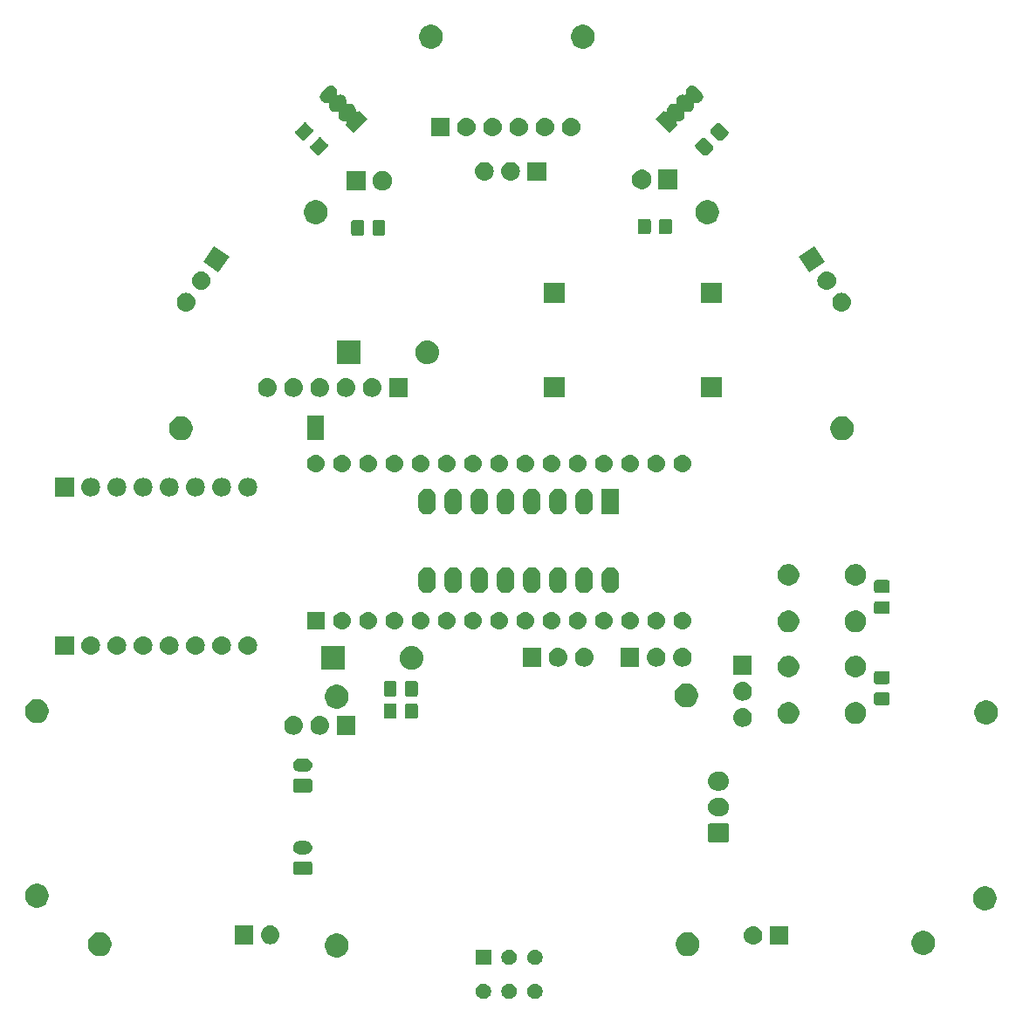
<source format=gts>
%TF.GenerationSoftware,KiCad,Pcbnew,(5.0.1-3-g963ef8bb5)*%
%TF.CreationDate,2018-11-27T12:33:17+01:00*%
%TF.ProjectId,core,636F72652E6B696361645F7063620000,rev?*%
%TF.SameCoordinates,Original*%
%TF.FileFunction,Soldermask,Top*%
%TF.FilePolarity,Negative*%
%FSLAX46Y46*%
G04 Gerber Fmt 4.6, Leading zero omitted, Abs format (unit mm)*
G04 Created by KiCad (PCBNEW (5.0.1-3-g963ef8bb5)) date 2018 November 27, Tuesday 12:33:17*
%MOMM*%
%LPD*%
G01*
G04 APERTURE LIST*
%ADD10C,0.127000*%
G04 APERTURE END LIST*
D10*
G36*
X203774318Y-138581411D02*
X203846767Y-138595822D01*
X203903303Y-138619240D01*
X203983257Y-138652358D01*
X204106100Y-138734439D01*
X204210561Y-138838900D01*
X204292642Y-138961743D01*
X204349178Y-139098234D01*
X204378000Y-139243130D01*
X204378000Y-139390870D01*
X204349178Y-139535766D01*
X204292642Y-139672257D01*
X204210561Y-139795100D01*
X204106100Y-139899561D01*
X203983257Y-139981642D01*
X203903303Y-140014760D01*
X203846767Y-140038178D01*
X203774318Y-140052589D01*
X203701870Y-140067000D01*
X203554130Y-140067000D01*
X203481682Y-140052589D01*
X203409233Y-140038178D01*
X203352697Y-140014760D01*
X203272743Y-139981642D01*
X203149900Y-139899561D01*
X203045439Y-139795100D01*
X202963358Y-139672257D01*
X202906822Y-139535766D01*
X202878000Y-139390870D01*
X202878000Y-139243130D01*
X202906822Y-139098234D01*
X202963358Y-138961743D01*
X203045439Y-138838900D01*
X203149900Y-138734439D01*
X203272743Y-138652358D01*
X203352697Y-138619240D01*
X203409233Y-138595822D01*
X203481682Y-138581411D01*
X203554130Y-138567000D01*
X203701870Y-138567000D01*
X203774318Y-138581411D01*
X203774318Y-138581411D01*
G37*
G36*
X201274318Y-138581411D02*
X201346767Y-138595822D01*
X201403303Y-138619240D01*
X201483257Y-138652358D01*
X201606100Y-138734439D01*
X201710561Y-138838900D01*
X201792642Y-138961743D01*
X201849178Y-139098234D01*
X201878000Y-139243130D01*
X201878000Y-139390870D01*
X201849178Y-139535766D01*
X201792642Y-139672257D01*
X201710561Y-139795100D01*
X201606100Y-139899561D01*
X201483257Y-139981642D01*
X201403303Y-140014760D01*
X201346767Y-140038178D01*
X201274318Y-140052589D01*
X201201870Y-140067000D01*
X201054130Y-140067000D01*
X200981682Y-140052589D01*
X200909233Y-140038178D01*
X200852697Y-140014760D01*
X200772743Y-139981642D01*
X200649900Y-139899561D01*
X200545439Y-139795100D01*
X200463358Y-139672257D01*
X200406822Y-139535766D01*
X200378000Y-139390870D01*
X200378000Y-139243130D01*
X200406822Y-139098234D01*
X200463358Y-138961743D01*
X200545439Y-138838900D01*
X200649900Y-138734439D01*
X200772743Y-138652358D01*
X200852697Y-138619240D01*
X200909233Y-138595822D01*
X200981682Y-138581411D01*
X201054130Y-138567000D01*
X201201870Y-138567000D01*
X201274318Y-138581411D01*
X201274318Y-138581411D01*
G37*
G36*
X198774318Y-138581411D02*
X198846767Y-138595822D01*
X198903303Y-138619240D01*
X198983257Y-138652358D01*
X199106100Y-138734439D01*
X199210561Y-138838900D01*
X199292642Y-138961743D01*
X199349178Y-139098234D01*
X199378000Y-139243130D01*
X199378000Y-139390870D01*
X199349178Y-139535766D01*
X199292642Y-139672257D01*
X199210561Y-139795100D01*
X199106100Y-139899561D01*
X198983257Y-139981642D01*
X198903303Y-140014760D01*
X198846767Y-140038178D01*
X198774318Y-140052589D01*
X198701870Y-140067000D01*
X198554130Y-140067000D01*
X198481682Y-140052589D01*
X198409233Y-140038178D01*
X198352697Y-140014760D01*
X198272743Y-139981642D01*
X198149900Y-139899561D01*
X198045439Y-139795100D01*
X197963358Y-139672257D01*
X197906822Y-139535766D01*
X197878000Y-139390870D01*
X197878000Y-139243130D01*
X197906822Y-139098234D01*
X197963358Y-138961743D01*
X198045439Y-138838900D01*
X198149900Y-138734439D01*
X198272743Y-138652358D01*
X198352697Y-138619240D01*
X198409233Y-138595822D01*
X198481682Y-138581411D01*
X198554130Y-138567000D01*
X198701870Y-138567000D01*
X198774318Y-138581411D01*
X198774318Y-138581411D01*
G37*
G36*
X203774318Y-135281411D02*
X203846767Y-135295822D01*
X203903303Y-135319240D01*
X203983257Y-135352358D01*
X204106100Y-135434439D01*
X204210561Y-135538900D01*
X204292642Y-135661743D01*
X204325760Y-135741697D01*
X204336350Y-135767263D01*
X204349178Y-135798234D01*
X204378000Y-135943130D01*
X204378000Y-136090870D01*
X204349178Y-136235766D01*
X204292642Y-136372257D01*
X204210561Y-136495100D01*
X204106100Y-136599561D01*
X203983257Y-136681642D01*
X203903303Y-136714760D01*
X203846767Y-136738178D01*
X203774318Y-136752589D01*
X203701870Y-136767000D01*
X203554130Y-136767000D01*
X203481682Y-136752589D01*
X203409233Y-136738178D01*
X203352697Y-136714760D01*
X203272743Y-136681642D01*
X203149900Y-136599561D01*
X203045439Y-136495100D01*
X202963358Y-136372257D01*
X202906822Y-136235766D01*
X202878000Y-136090870D01*
X202878000Y-135943130D01*
X202906822Y-135798234D01*
X202919651Y-135767263D01*
X202930240Y-135741697D01*
X202963358Y-135661743D01*
X203045439Y-135538900D01*
X203149900Y-135434439D01*
X203272743Y-135352358D01*
X203352697Y-135319240D01*
X203409233Y-135295822D01*
X203481682Y-135281411D01*
X203554130Y-135267000D01*
X203701870Y-135267000D01*
X203774318Y-135281411D01*
X203774318Y-135281411D01*
G37*
G36*
X201274318Y-135281411D02*
X201346767Y-135295822D01*
X201403303Y-135319240D01*
X201483257Y-135352358D01*
X201606100Y-135434439D01*
X201710561Y-135538900D01*
X201792642Y-135661743D01*
X201825760Y-135741697D01*
X201836350Y-135767263D01*
X201849178Y-135798234D01*
X201878000Y-135943130D01*
X201878000Y-136090870D01*
X201849178Y-136235766D01*
X201792642Y-136372257D01*
X201710561Y-136495100D01*
X201606100Y-136599561D01*
X201483257Y-136681642D01*
X201403303Y-136714760D01*
X201346767Y-136738178D01*
X201274318Y-136752589D01*
X201201870Y-136767000D01*
X201054130Y-136767000D01*
X200981682Y-136752589D01*
X200909233Y-136738178D01*
X200852697Y-136714760D01*
X200772743Y-136681642D01*
X200649900Y-136599561D01*
X200545439Y-136495100D01*
X200463358Y-136372257D01*
X200406822Y-136235766D01*
X200378000Y-136090870D01*
X200378000Y-135943130D01*
X200406822Y-135798234D01*
X200419651Y-135767263D01*
X200430240Y-135741697D01*
X200463358Y-135661743D01*
X200545439Y-135538900D01*
X200649900Y-135434439D01*
X200772743Y-135352358D01*
X200852697Y-135319240D01*
X200909233Y-135295822D01*
X200981682Y-135281411D01*
X201054130Y-135267000D01*
X201201870Y-135267000D01*
X201274318Y-135281411D01*
X201274318Y-135281411D01*
G37*
G36*
X199378000Y-136767000D02*
X197878000Y-136767000D01*
X197878000Y-135267000D01*
X199378000Y-135267000D01*
X199378000Y-136767000D01*
X199378000Y-136767000D01*
G37*
G36*
X184739443Y-133768194D02*
X184948728Y-133854883D01*
X185137085Y-133980739D01*
X185297261Y-134140915D01*
X185423117Y-134329272D01*
X185509806Y-134538557D01*
X185554000Y-134760734D01*
X185554000Y-134987266D01*
X185509806Y-135209443D01*
X185423117Y-135418728D01*
X185297261Y-135607085D01*
X185137085Y-135767261D01*
X184948728Y-135893117D01*
X184739443Y-135979806D01*
X184517266Y-136024000D01*
X184290734Y-136024000D01*
X184068557Y-135979806D01*
X183859272Y-135893117D01*
X183670915Y-135767261D01*
X183510739Y-135607085D01*
X183384883Y-135418728D01*
X183298194Y-135209443D01*
X183254000Y-134987266D01*
X183254000Y-134760734D01*
X183298194Y-134538557D01*
X183384883Y-134329272D01*
X183510739Y-134140915D01*
X183670915Y-133980739D01*
X183859272Y-133854883D01*
X184068557Y-133768194D01*
X184290734Y-133724000D01*
X184517266Y-133724000D01*
X184739443Y-133768194D01*
X184739443Y-133768194D01*
G37*
G36*
X218775443Y-133641194D02*
X218984728Y-133727883D01*
X219173085Y-133853739D01*
X219333261Y-134013915D01*
X219459117Y-134202272D01*
X219545806Y-134411557D01*
X219590000Y-134633734D01*
X219590000Y-134860266D01*
X219545806Y-135082443D01*
X219459117Y-135291728D01*
X219333261Y-135480085D01*
X219173085Y-135640261D01*
X218984728Y-135766117D01*
X218775443Y-135852806D01*
X218553266Y-135897000D01*
X218326734Y-135897000D01*
X218104557Y-135852806D01*
X217895272Y-135766117D01*
X217706915Y-135640261D01*
X217546739Y-135480085D01*
X217420883Y-135291728D01*
X217334194Y-135082443D01*
X217290000Y-134860266D01*
X217290000Y-134633734D01*
X217334194Y-134411557D01*
X217420883Y-134202272D01*
X217546739Y-134013915D01*
X217706915Y-133853739D01*
X217895272Y-133727883D01*
X218104557Y-133641194D01*
X218326734Y-133597000D01*
X218553266Y-133597000D01*
X218775443Y-133641194D01*
X218775443Y-133641194D01*
G37*
G36*
X161752443Y-133641194D02*
X161961728Y-133727883D01*
X162150085Y-133853739D01*
X162310261Y-134013915D01*
X162436117Y-134202272D01*
X162522806Y-134411557D01*
X162567000Y-134633734D01*
X162567000Y-134860266D01*
X162522806Y-135082443D01*
X162436117Y-135291728D01*
X162310261Y-135480085D01*
X162150085Y-135640261D01*
X161961728Y-135766117D01*
X161752443Y-135852806D01*
X161530266Y-135897000D01*
X161303734Y-135897000D01*
X161081557Y-135852806D01*
X160872272Y-135766117D01*
X160683915Y-135640261D01*
X160523739Y-135480085D01*
X160397883Y-135291728D01*
X160311194Y-135082443D01*
X160267000Y-134860266D01*
X160267000Y-134633734D01*
X160311194Y-134411557D01*
X160397883Y-134202272D01*
X160523739Y-134013915D01*
X160683915Y-133853739D01*
X160872272Y-133727883D01*
X161081557Y-133641194D01*
X161303734Y-133597000D01*
X161530266Y-133597000D01*
X161752443Y-133641194D01*
X161752443Y-133641194D01*
G37*
G36*
X241635443Y-133514194D02*
X241844728Y-133600883D01*
X242033085Y-133726739D01*
X242193261Y-133886915D01*
X242319117Y-134075272D01*
X242405806Y-134284557D01*
X242450000Y-134506734D01*
X242450000Y-134733266D01*
X242405806Y-134955443D01*
X242319117Y-135164728D01*
X242193261Y-135353085D01*
X242033085Y-135513261D01*
X241844728Y-135639117D01*
X241635443Y-135725806D01*
X241413266Y-135770000D01*
X241186734Y-135770000D01*
X240964557Y-135725806D01*
X240755272Y-135639117D01*
X240566915Y-135513261D01*
X240406739Y-135353085D01*
X240280883Y-135164728D01*
X240194194Y-134955443D01*
X240150000Y-134733266D01*
X240150000Y-134506734D01*
X240194194Y-134284557D01*
X240280883Y-134075272D01*
X240406739Y-133886915D01*
X240566915Y-133726739D01*
X240755272Y-133600883D01*
X240964557Y-133514194D01*
X241186734Y-133470000D01*
X241413266Y-133470000D01*
X241635443Y-133514194D01*
X241635443Y-133514194D01*
G37*
G36*
X224966432Y-133021822D02*
X225136081Y-133073285D01*
X225292433Y-133156856D01*
X225429475Y-133269325D01*
X225541944Y-133406367D01*
X225625515Y-133562719D01*
X225676978Y-133732368D01*
X225694354Y-133908800D01*
X225676978Y-134085232D01*
X225625515Y-134254881D01*
X225541944Y-134411233D01*
X225429475Y-134548275D01*
X225292433Y-134660744D01*
X225136081Y-134744315D01*
X224966432Y-134795778D01*
X224834211Y-134808800D01*
X224745789Y-134808800D01*
X224613568Y-134795778D01*
X224443919Y-134744315D01*
X224287567Y-134660744D01*
X224150525Y-134548275D01*
X224038056Y-134411233D01*
X223954485Y-134254881D01*
X223903022Y-134085232D01*
X223885646Y-133908800D01*
X223903022Y-133732368D01*
X223954485Y-133562719D01*
X224038056Y-133406367D01*
X224150525Y-133269325D01*
X224287567Y-133156856D01*
X224443919Y-133073285D01*
X224613568Y-133021822D01*
X224745789Y-133008800D01*
X224834211Y-133008800D01*
X224966432Y-133021822D01*
X224966432Y-133021822D01*
G37*
G36*
X228230000Y-134808800D02*
X226430000Y-134808800D01*
X226430000Y-133008800D01*
X228230000Y-133008800D01*
X228230000Y-134808800D01*
X228230000Y-134808800D01*
G37*
G36*
X176312400Y-134758000D02*
X174512400Y-134758000D01*
X174512400Y-132958000D01*
X176312400Y-132958000D01*
X176312400Y-134758000D01*
X176312400Y-134758000D01*
G37*
G36*
X178128832Y-132971022D02*
X178298481Y-133022485D01*
X178454833Y-133106056D01*
X178591875Y-133218525D01*
X178704344Y-133355567D01*
X178787915Y-133511919D01*
X178839378Y-133681568D01*
X178856754Y-133858000D01*
X178839378Y-134034432D01*
X178787915Y-134204081D01*
X178704344Y-134360433D01*
X178591875Y-134497475D01*
X178454833Y-134609944D01*
X178298481Y-134693515D01*
X178128832Y-134744978D01*
X177996611Y-134758000D01*
X177908189Y-134758000D01*
X177775968Y-134744978D01*
X177606319Y-134693515D01*
X177449967Y-134609944D01*
X177312925Y-134497475D01*
X177200456Y-134360433D01*
X177116885Y-134204081D01*
X177065422Y-134034432D01*
X177048046Y-133858000D01*
X177065422Y-133681568D01*
X177116885Y-133511919D01*
X177200456Y-133355567D01*
X177312925Y-133218525D01*
X177449967Y-133106056D01*
X177606319Y-133022485D01*
X177775968Y-132971022D01*
X177908189Y-132958000D01*
X177996611Y-132958000D01*
X178128832Y-132971022D01*
X178128832Y-132971022D01*
G37*
G36*
X247604443Y-129196194D02*
X247813728Y-129282883D01*
X248002085Y-129408739D01*
X248162261Y-129568915D01*
X248288117Y-129757272D01*
X248374806Y-129966557D01*
X248419000Y-130188734D01*
X248419000Y-130415266D01*
X248374806Y-130637443D01*
X248288117Y-130846728D01*
X248162261Y-131035085D01*
X248002085Y-131195261D01*
X247813728Y-131321117D01*
X247604443Y-131407806D01*
X247382266Y-131452000D01*
X247155734Y-131452000D01*
X246933557Y-131407806D01*
X246724272Y-131321117D01*
X246535915Y-131195261D01*
X246375739Y-131035085D01*
X246249883Y-130846728D01*
X246163194Y-130637443D01*
X246119000Y-130415266D01*
X246119000Y-130188734D01*
X246163194Y-129966557D01*
X246249883Y-129757272D01*
X246375739Y-129568915D01*
X246535915Y-129408739D01*
X246724272Y-129282883D01*
X246933557Y-129196194D01*
X247155734Y-129152000D01*
X247382266Y-129152000D01*
X247604443Y-129196194D01*
X247604443Y-129196194D01*
G37*
G36*
X155656443Y-128942194D02*
X155865728Y-129028883D01*
X156054085Y-129154739D01*
X156214261Y-129314915D01*
X156340117Y-129503272D01*
X156426806Y-129712557D01*
X156471000Y-129934734D01*
X156471000Y-130161266D01*
X156426806Y-130383443D01*
X156340117Y-130592728D01*
X156214261Y-130781085D01*
X156054085Y-130941261D01*
X155865728Y-131067117D01*
X155656443Y-131153806D01*
X155434266Y-131198000D01*
X155207734Y-131198000D01*
X154985557Y-131153806D01*
X154776272Y-131067117D01*
X154587915Y-130941261D01*
X154427739Y-130781085D01*
X154301883Y-130592728D01*
X154215194Y-130383443D01*
X154171000Y-130161266D01*
X154171000Y-129934734D01*
X154215194Y-129712557D01*
X154301883Y-129503272D01*
X154427739Y-129314915D01*
X154587915Y-129154739D01*
X154776272Y-129028883D01*
X154985557Y-128942194D01*
X155207734Y-128898000D01*
X155434266Y-128898000D01*
X155656443Y-128942194D01*
X155656443Y-128942194D01*
G37*
G36*
X181867579Y-126735396D02*
X181904588Y-126746623D01*
X181938705Y-126764859D01*
X181968604Y-126789396D01*
X181993141Y-126819295D01*
X182011377Y-126853412D01*
X182022604Y-126890421D01*
X182027000Y-126935057D01*
X182027000Y-127826943D01*
X182022604Y-127871579D01*
X182011377Y-127908588D01*
X181993141Y-127942705D01*
X181968604Y-127972604D01*
X181938705Y-127997141D01*
X181904588Y-128015377D01*
X181867579Y-128026604D01*
X181822943Y-128031000D01*
X180381057Y-128031000D01*
X180336421Y-128026604D01*
X180299412Y-128015377D01*
X180265295Y-127997141D01*
X180235396Y-127972604D01*
X180210859Y-127942705D01*
X180192623Y-127908588D01*
X180181396Y-127871579D01*
X180177000Y-127826943D01*
X180177000Y-126935057D01*
X180181396Y-126890421D01*
X180192623Y-126853412D01*
X180210859Y-126819295D01*
X180235396Y-126789396D01*
X180265295Y-126764859D01*
X180299412Y-126746623D01*
X180336421Y-126735396D01*
X180381057Y-126731000D01*
X181822943Y-126731000D01*
X181867579Y-126735396D01*
X181867579Y-126735396D01*
G37*
G36*
X181492486Y-124739229D02*
X181504423Y-124740405D01*
X181565685Y-124758989D01*
X181626948Y-124777573D01*
X181739868Y-124837930D01*
X181838843Y-124919157D01*
X181920070Y-125018132D01*
X181980427Y-125131052D01*
X182017595Y-125253578D01*
X182030145Y-125381000D01*
X182017595Y-125508422D01*
X181980427Y-125630948D01*
X181920070Y-125743868D01*
X181838843Y-125842843D01*
X181739868Y-125924070D01*
X181626948Y-125984427D01*
X181565685Y-126003011D01*
X181504423Y-126021595D01*
X181492486Y-126022771D01*
X181408932Y-126031000D01*
X180795068Y-126031000D01*
X180711514Y-126022771D01*
X180699577Y-126021595D01*
X180638315Y-126003011D01*
X180577052Y-125984427D01*
X180464132Y-125924070D01*
X180365157Y-125842843D01*
X180283930Y-125743868D01*
X180223573Y-125630948D01*
X180186405Y-125508422D01*
X180173855Y-125381000D01*
X180186405Y-125253578D01*
X180223573Y-125131052D01*
X180283930Y-125018132D01*
X180365157Y-124919157D01*
X180464132Y-124837930D01*
X180577052Y-124777573D01*
X180638315Y-124758989D01*
X180699577Y-124740405D01*
X180711514Y-124739229D01*
X180795068Y-124731000D01*
X181408932Y-124731000D01*
X181492486Y-124739229D01*
X181492486Y-124739229D01*
G37*
G36*
X222320038Y-123055984D02*
X222353032Y-123065992D01*
X222383437Y-123082244D01*
X222410085Y-123104115D01*
X222431956Y-123130763D01*
X222448208Y-123161168D01*
X222458216Y-123194162D01*
X222462200Y-123234611D01*
X222462200Y-124669389D01*
X222458216Y-124709838D01*
X222448208Y-124742832D01*
X222431956Y-124773237D01*
X222410085Y-124799885D01*
X222383437Y-124821756D01*
X222353032Y-124838008D01*
X222320038Y-124848016D01*
X222279589Y-124852000D01*
X220594811Y-124852000D01*
X220554362Y-124848016D01*
X220521368Y-124838008D01*
X220490963Y-124821756D01*
X220464315Y-124799885D01*
X220442444Y-124773237D01*
X220426192Y-124742832D01*
X220416184Y-124709838D01*
X220412200Y-124669389D01*
X220412200Y-123234611D01*
X220416184Y-123194162D01*
X220426192Y-123161168D01*
X220442444Y-123130763D01*
X220464315Y-123104115D01*
X220490963Y-123082244D01*
X220521368Y-123065992D01*
X220554362Y-123055984D01*
X220594811Y-123052000D01*
X222279589Y-123052000D01*
X222320038Y-123055984D01*
X222320038Y-123055984D01*
G37*
G36*
X221738632Y-120565022D02*
X221908281Y-120616485D01*
X222064633Y-120700056D01*
X222201675Y-120812525D01*
X222314144Y-120949567D01*
X222397715Y-121105919D01*
X222449178Y-121275568D01*
X222466554Y-121452000D01*
X222449178Y-121628432D01*
X222397715Y-121798081D01*
X222314144Y-121954433D01*
X222201675Y-122091475D01*
X222064633Y-122203944D01*
X221908281Y-122287515D01*
X221738632Y-122338978D01*
X221606411Y-122352000D01*
X221267989Y-122352000D01*
X221135768Y-122338978D01*
X220966119Y-122287515D01*
X220809767Y-122203944D01*
X220672725Y-122091475D01*
X220560256Y-121954433D01*
X220476685Y-121798081D01*
X220425222Y-121628432D01*
X220407846Y-121452000D01*
X220425222Y-121275568D01*
X220476685Y-121105919D01*
X220560256Y-120949567D01*
X220672725Y-120812525D01*
X220809767Y-120700056D01*
X220966119Y-120616485D01*
X221135768Y-120565022D01*
X221267989Y-120552000D01*
X221606411Y-120552000D01*
X221738632Y-120565022D01*
X221738632Y-120565022D01*
G37*
G36*
X181867579Y-118734396D02*
X181904588Y-118745623D01*
X181938705Y-118763859D01*
X181968604Y-118788396D01*
X181993141Y-118818295D01*
X182011377Y-118852412D01*
X182022604Y-118889421D01*
X182027000Y-118934057D01*
X182027000Y-119825943D01*
X182022604Y-119870579D01*
X182011377Y-119907588D01*
X181993141Y-119941705D01*
X181968604Y-119971604D01*
X181938705Y-119996141D01*
X181904588Y-120014377D01*
X181867579Y-120025604D01*
X181822943Y-120030000D01*
X180381057Y-120030000D01*
X180336421Y-120025604D01*
X180299412Y-120014377D01*
X180265295Y-119996141D01*
X180235396Y-119971604D01*
X180210859Y-119941705D01*
X180192623Y-119907588D01*
X180181396Y-119870579D01*
X180177000Y-119825943D01*
X180177000Y-118934057D01*
X180181396Y-118889421D01*
X180192623Y-118852412D01*
X180210859Y-118818295D01*
X180235396Y-118788396D01*
X180265295Y-118763859D01*
X180299412Y-118745623D01*
X180336421Y-118734396D01*
X180381057Y-118730000D01*
X181822943Y-118730000D01*
X181867579Y-118734396D01*
X181867579Y-118734396D01*
G37*
G36*
X221738632Y-118065022D02*
X221908281Y-118116485D01*
X222064633Y-118200056D01*
X222201675Y-118312525D01*
X222314144Y-118449567D01*
X222397715Y-118605919D01*
X222449178Y-118775568D01*
X222466554Y-118952000D01*
X222449178Y-119128432D01*
X222397715Y-119298081D01*
X222314144Y-119454433D01*
X222201675Y-119591475D01*
X222064633Y-119703944D01*
X221908281Y-119787515D01*
X221738632Y-119838978D01*
X221606411Y-119852000D01*
X221267989Y-119852000D01*
X221135768Y-119838978D01*
X220966119Y-119787515D01*
X220809767Y-119703944D01*
X220672725Y-119591475D01*
X220560256Y-119454433D01*
X220476685Y-119298081D01*
X220425222Y-119128432D01*
X220407846Y-118952000D01*
X220425222Y-118775568D01*
X220476685Y-118605919D01*
X220560256Y-118449567D01*
X220672725Y-118312525D01*
X220809767Y-118200056D01*
X220966119Y-118116485D01*
X221135768Y-118065022D01*
X221267989Y-118052000D01*
X221606411Y-118052000D01*
X221738632Y-118065022D01*
X221738632Y-118065022D01*
G37*
G36*
X181492486Y-116738229D02*
X181504423Y-116739405D01*
X181565685Y-116757989D01*
X181626948Y-116776573D01*
X181739868Y-116836930D01*
X181838843Y-116918157D01*
X181920070Y-117017132D01*
X181980427Y-117130052D01*
X182017595Y-117252578D01*
X182030145Y-117380000D01*
X182017595Y-117507422D01*
X181980427Y-117629948D01*
X181920070Y-117742868D01*
X181838843Y-117841843D01*
X181739868Y-117923070D01*
X181626948Y-117983427D01*
X181565685Y-118002011D01*
X181504423Y-118020595D01*
X181492486Y-118021771D01*
X181408932Y-118030000D01*
X180795068Y-118030000D01*
X180711514Y-118021771D01*
X180699577Y-118020595D01*
X180638315Y-118002011D01*
X180577052Y-117983427D01*
X180464132Y-117923070D01*
X180365157Y-117841843D01*
X180283930Y-117742868D01*
X180223573Y-117629948D01*
X180186405Y-117507422D01*
X180173855Y-117380000D01*
X180186405Y-117252578D01*
X180223573Y-117130052D01*
X180283930Y-117017132D01*
X180365157Y-116918157D01*
X180464132Y-116836930D01*
X180577052Y-116776573D01*
X180638315Y-116757989D01*
X180699577Y-116739405D01*
X180711514Y-116738229D01*
X180795068Y-116730000D01*
X181408932Y-116730000D01*
X181492486Y-116738229D01*
X181492486Y-116738229D01*
G37*
G36*
X180389432Y-112651022D02*
X180559081Y-112702485D01*
X180715433Y-112786056D01*
X180852475Y-112898525D01*
X180964944Y-113035567D01*
X181048515Y-113191919D01*
X181099978Y-113361568D01*
X181117354Y-113538000D01*
X181099978Y-113714432D01*
X181048515Y-113884081D01*
X180964944Y-114040433D01*
X180852475Y-114177475D01*
X180715433Y-114289944D01*
X180559081Y-114373515D01*
X180389432Y-114424978D01*
X180257211Y-114438000D01*
X180168789Y-114438000D01*
X180036568Y-114424978D01*
X179866919Y-114373515D01*
X179710567Y-114289944D01*
X179573525Y-114177475D01*
X179461056Y-114040433D01*
X179377485Y-113884081D01*
X179326022Y-113714432D01*
X179308646Y-113538000D01*
X179326022Y-113361568D01*
X179377485Y-113191919D01*
X179461056Y-113035567D01*
X179573525Y-112898525D01*
X179710567Y-112786056D01*
X179866919Y-112702485D01*
X180036568Y-112651022D01*
X180168789Y-112638000D01*
X180257211Y-112638000D01*
X180389432Y-112651022D01*
X180389432Y-112651022D01*
G37*
G36*
X182929432Y-112651022D02*
X183099081Y-112702485D01*
X183255433Y-112786056D01*
X183392475Y-112898525D01*
X183504944Y-113035567D01*
X183588515Y-113191919D01*
X183639978Y-113361568D01*
X183657354Y-113538000D01*
X183639978Y-113714432D01*
X183588515Y-113884081D01*
X183504944Y-114040433D01*
X183392475Y-114177475D01*
X183255433Y-114289944D01*
X183099081Y-114373515D01*
X182929432Y-114424978D01*
X182797211Y-114438000D01*
X182708789Y-114438000D01*
X182576568Y-114424978D01*
X182406919Y-114373515D01*
X182250567Y-114289944D01*
X182113525Y-114177475D01*
X182001056Y-114040433D01*
X181917485Y-113884081D01*
X181866022Y-113714432D01*
X181848646Y-113538000D01*
X181866022Y-113361568D01*
X181917485Y-113191919D01*
X182001056Y-113035567D01*
X182113525Y-112898525D01*
X182250567Y-112786056D01*
X182406919Y-112702485D01*
X182576568Y-112651022D01*
X182708789Y-112638000D01*
X182797211Y-112638000D01*
X182929432Y-112651022D01*
X182929432Y-112651022D01*
G37*
G36*
X186193000Y-114438000D02*
X184393000Y-114438000D01*
X184393000Y-112638000D01*
X186193000Y-112638000D01*
X186193000Y-114438000D01*
X186193000Y-114438000D01*
G37*
G36*
X223950432Y-111889022D02*
X224120081Y-111940485D01*
X224276433Y-112024056D01*
X224413475Y-112136525D01*
X224525944Y-112273567D01*
X224609515Y-112429919D01*
X224660978Y-112599568D01*
X224678354Y-112776000D01*
X224660978Y-112952432D01*
X224609515Y-113122081D01*
X224525944Y-113278433D01*
X224413475Y-113415475D01*
X224276433Y-113527944D01*
X224120081Y-113611515D01*
X223950432Y-113662978D01*
X223818211Y-113676000D01*
X223729789Y-113676000D01*
X223597568Y-113662978D01*
X223427919Y-113611515D01*
X223271567Y-113527944D01*
X223134525Y-113415475D01*
X223022056Y-113278433D01*
X222938485Y-113122081D01*
X222887022Y-112952432D01*
X222869646Y-112776000D01*
X222887022Y-112599568D01*
X222938485Y-112429919D01*
X223022056Y-112273567D01*
X223134525Y-112136525D01*
X223271567Y-112024056D01*
X223427919Y-111940485D01*
X223597568Y-111889022D01*
X223729789Y-111876000D01*
X223818211Y-111876000D01*
X223950432Y-111889022D01*
X223950432Y-111889022D01*
G37*
G36*
X247731443Y-111162194D02*
X247940728Y-111248883D01*
X248129085Y-111374739D01*
X248289261Y-111534915D01*
X248415117Y-111723272D01*
X248501806Y-111932557D01*
X248546000Y-112154734D01*
X248546000Y-112381266D01*
X248501806Y-112603443D01*
X248415117Y-112812728D01*
X248289261Y-113001085D01*
X248129085Y-113161261D01*
X247940728Y-113287117D01*
X247731443Y-113373806D01*
X247509266Y-113418000D01*
X247282734Y-113418000D01*
X247060557Y-113373806D01*
X246851272Y-113287117D01*
X246662915Y-113161261D01*
X246502739Y-113001085D01*
X246376883Y-112812728D01*
X246290194Y-112603443D01*
X246246000Y-112381266D01*
X246246000Y-112154734D01*
X246290194Y-111932557D01*
X246376883Y-111723272D01*
X246502739Y-111534915D01*
X246662915Y-111374739D01*
X246851272Y-111248883D01*
X247060557Y-111162194D01*
X247282734Y-111118000D01*
X247509266Y-111118000D01*
X247731443Y-111162194D01*
X247731443Y-111162194D01*
G37*
G36*
X234844888Y-111277470D02*
X235025274Y-111313350D01*
X235216362Y-111392502D01*
X235388336Y-111507411D01*
X235534589Y-111653664D01*
X235649498Y-111825638D01*
X235728650Y-112016726D01*
X235769000Y-112219584D01*
X235769000Y-112426416D01*
X235728650Y-112629274D01*
X235649498Y-112820362D01*
X235534589Y-112992336D01*
X235388336Y-113138589D01*
X235216362Y-113253498D01*
X235025274Y-113332650D01*
X234844888Y-113368530D01*
X234822417Y-113373000D01*
X234615583Y-113373000D01*
X234593112Y-113368530D01*
X234412726Y-113332650D01*
X234221638Y-113253498D01*
X234049664Y-113138589D01*
X233903411Y-112992336D01*
X233788502Y-112820362D01*
X233709350Y-112629274D01*
X233669000Y-112426416D01*
X233669000Y-112219584D01*
X233709350Y-112016726D01*
X233788502Y-111825638D01*
X233903411Y-111653664D01*
X234049664Y-111507411D01*
X234221638Y-111392502D01*
X234412726Y-111313350D01*
X234593112Y-111277470D01*
X234615583Y-111273000D01*
X234822417Y-111273000D01*
X234844888Y-111277470D01*
X234844888Y-111277470D01*
G37*
G36*
X228344888Y-111277470D02*
X228525274Y-111313350D01*
X228716362Y-111392502D01*
X228888336Y-111507411D01*
X229034589Y-111653664D01*
X229149498Y-111825638D01*
X229228650Y-112016726D01*
X229269000Y-112219584D01*
X229269000Y-112426416D01*
X229228650Y-112629274D01*
X229149498Y-112820362D01*
X229034589Y-112992336D01*
X228888336Y-113138589D01*
X228716362Y-113253498D01*
X228525274Y-113332650D01*
X228344888Y-113368530D01*
X228322417Y-113373000D01*
X228115583Y-113373000D01*
X228093112Y-113368530D01*
X227912726Y-113332650D01*
X227721638Y-113253498D01*
X227549664Y-113138589D01*
X227403411Y-112992336D01*
X227288502Y-112820362D01*
X227209350Y-112629274D01*
X227169000Y-112426416D01*
X227169000Y-112219584D01*
X227209350Y-112016726D01*
X227288502Y-111825638D01*
X227403411Y-111653664D01*
X227549664Y-111507411D01*
X227721638Y-111392502D01*
X227912726Y-111313350D01*
X228093112Y-111277470D01*
X228115583Y-111273000D01*
X228322417Y-111273000D01*
X228344888Y-111277470D01*
X228344888Y-111277470D01*
G37*
G36*
X155656443Y-111035194D02*
X155865728Y-111121883D01*
X156054085Y-111247739D01*
X156214261Y-111407915D01*
X156340117Y-111596272D01*
X156426806Y-111805557D01*
X156471000Y-112027734D01*
X156471000Y-112254266D01*
X156426806Y-112476443D01*
X156340117Y-112685728D01*
X156214261Y-112874085D01*
X156054085Y-113034261D01*
X155865728Y-113160117D01*
X155656443Y-113246806D01*
X155434266Y-113291000D01*
X155207734Y-113291000D01*
X154985557Y-113246806D01*
X154776272Y-113160117D01*
X154587915Y-113034261D01*
X154427739Y-112874085D01*
X154301883Y-112685728D01*
X154215194Y-112476443D01*
X154171000Y-112254266D01*
X154171000Y-112027734D01*
X154215194Y-111805557D01*
X154301883Y-111596272D01*
X154427739Y-111407915D01*
X154587915Y-111247739D01*
X154776272Y-111121883D01*
X154985557Y-111035194D01*
X155207734Y-110991000D01*
X155434266Y-110991000D01*
X155656443Y-111035194D01*
X155656443Y-111035194D01*
G37*
G36*
X192106024Y-111395457D02*
X192143635Y-111406866D01*
X192178299Y-111425394D01*
X192208676Y-111450324D01*
X192233606Y-111480701D01*
X192252134Y-111515365D01*
X192263543Y-111552976D01*
X192268000Y-111598227D01*
X192268000Y-112683773D01*
X192263543Y-112729024D01*
X192252134Y-112766635D01*
X192233606Y-112801299D01*
X192208676Y-112831676D01*
X192178299Y-112856606D01*
X192143635Y-112875134D01*
X192106024Y-112886543D01*
X192060773Y-112891000D01*
X191225227Y-112891000D01*
X191179976Y-112886543D01*
X191142365Y-112875134D01*
X191107701Y-112856606D01*
X191077324Y-112831676D01*
X191052394Y-112801299D01*
X191033866Y-112766635D01*
X191022457Y-112729024D01*
X191018000Y-112683773D01*
X191018000Y-111598227D01*
X191022457Y-111552976D01*
X191033866Y-111515365D01*
X191052394Y-111480701D01*
X191077324Y-111450324D01*
X191107701Y-111425394D01*
X191142365Y-111406866D01*
X191179976Y-111395457D01*
X191225227Y-111391000D01*
X192060773Y-111391000D01*
X192106024Y-111395457D01*
X192106024Y-111395457D01*
G37*
G36*
X190056024Y-111395457D02*
X190093635Y-111406866D01*
X190128299Y-111425394D01*
X190158676Y-111450324D01*
X190183606Y-111480701D01*
X190202134Y-111515365D01*
X190213543Y-111552976D01*
X190218000Y-111598227D01*
X190218000Y-112683773D01*
X190213543Y-112729024D01*
X190202134Y-112766635D01*
X190183606Y-112801299D01*
X190158676Y-112831676D01*
X190128299Y-112856606D01*
X190093635Y-112875134D01*
X190056024Y-112886543D01*
X190010773Y-112891000D01*
X189175227Y-112891000D01*
X189129976Y-112886543D01*
X189092365Y-112875134D01*
X189057701Y-112856606D01*
X189027324Y-112831676D01*
X189002394Y-112801299D01*
X188983866Y-112766635D01*
X188972457Y-112729024D01*
X188968000Y-112683773D01*
X188968000Y-111598227D01*
X188972457Y-111552976D01*
X188983866Y-111515365D01*
X189002394Y-111480701D01*
X189027324Y-111450324D01*
X189057701Y-111425394D01*
X189092365Y-111406866D01*
X189129976Y-111395457D01*
X189175227Y-111391000D01*
X190010773Y-111391000D01*
X190056024Y-111395457D01*
X190056024Y-111395457D01*
G37*
G36*
X184739443Y-109638194D02*
X184948728Y-109724883D01*
X185137085Y-109850739D01*
X185297261Y-110010915D01*
X185423117Y-110199272D01*
X185509806Y-110408557D01*
X185554000Y-110630734D01*
X185554000Y-110857266D01*
X185509806Y-111079443D01*
X185423117Y-111288728D01*
X185297261Y-111477085D01*
X185137085Y-111637261D01*
X184948728Y-111763117D01*
X184739443Y-111849806D01*
X184517266Y-111894000D01*
X184290734Y-111894000D01*
X184068557Y-111849806D01*
X183859272Y-111763117D01*
X183670915Y-111637261D01*
X183510739Y-111477085D01*
X183384883Y-111288728D01*
X183298194Y-111079443D01*
X183254000Y-110857266D01*
X183254000Y-110630734D01*
X183298194Y-110408557D01*
X183384883Y-110199272D01*
X183510739Y-110010915D01*
X183670915Y-109850739D01*
X183859272Y-109724883D01*
X184068557Y-109638194D01*
X184290734Y-109594000D01*
X184517266Y-109594000D01*
X184739443Y-109638194D01*
X184739443Y-109638194D01*
G37*
G36*
X218648443Y-109511194D02*
X218857728Y-109597883D01*
X219046085Y-109723739D01*
X219206261Y-109883915D01*
X219332117Y-110072272D01*
X219418806Y-110281557D01*
X219463000Y-110503734D01*
X219463000Y-110730266D01*
X219418806Y-110952443D01*
X219332117Y-111161728D01*
X219206261Y-111350085D01*
X219046085Y-111510261D01*
X218857728Y-111636117D01*
X218648443Y-111722806D01*
X218426266Y-111767000D01*
X218199734Y-111767000D01*
X217977557Y-111722806D01*
X217768272Y-111636117D01*
X217579915Y-111510261D01*
X217419739Y-111350085D01*
X217293883Y-111161728D01*
X217207194Y-110952443D01*
X217163000Y-110730266D01*
X217163000Y-110503734D01*
X217207194Y-110281557D01*
X217293883Y-110072272D01*
X217419739Y-109883915D01*
X217579915Y-109723739D01*
X217768272Y-109597883D01*
X217977557Y-109511194D01*
X218199734Y-109467000D01*
X218426266Y-109467000D01*
X218648443Y-109511194D01*
X218648443Y-109511194D01*
G37*
G36*
X237874824Y-110326658D02*
X237912435Y-110338067D01*
X237947099Y-110356595D01*
X237977476Y-110381525D01*
X238002406Y-110411902D01*
X238020934Y-110446566D01*
X238032343Y-110484177D01*
X238036800Y-110529428D01*
X238036800Y-111364974D01*
X238032343Y-111410225D01*
X238020934Y-111447836D01*
X238002406Y-111482500D01*
X237977476Y-111512877D01*
X237947099Y-111537807D01*
X237912435Y-111556335D01*
X237874824Y-111567744D01*
X237829573Y-111572201D01*
X236744027Y-111572201D01*
X236698776Y-111567744D01*
X236661165Y-111556335D01*
X236626501Y-111537807D01*
X236596124Y-111512877D01*
X236571194Y-111482500D01*
X236552666Y-111447836D01*
X236541257Y-111410225D01*
X236536800Y-111364974D01*
X236536800Y-110529428D01*
X236541257Y-110484177D01*
X236552666Y-110446566D01*
X236571194Y-110411902D01*
X236596124Y-110381525D01*
X236626501Y-110356595D01*
X236661165Y-110338067D01*
X236698776Y-110326658D01*
X236744027Y-110322201D01*
X237829573Y-110322201D01*
X237874824Y-110326658D01*
X237874824Y-110326658D01*
G37*
G36*
X223950432Y-109349022D02*
X224120081Y-109400485D01*
X224276433Y-109484056D01*
X224413475Y-109596525D01*
X224525944Y-109733567D01*
X224609515Y-109889919D01*
X224660978Y-110059568D01*
X224678354Y-110236000D01*
X224660978Y-110412432D01*
X224609515Y-110582081D01*
X224525944Y-110738433D01*
X224413475Y-110875475D01*
X224276433Y-110987944D01*
X224120081Y-111071515D01*
X223950432Y-111122978D01*
X223818211Y-111136000D01*
X223729789Y-111136000D01*
X223597568Y-111122978D01*
X223427919Y-111071515D01*
X223271567Y-110987944D01*
X223134525Y-110875475D01*
X223022056Y-110738433D01*
X222938485Y-110582081D01*
X222887022Y-110412432D01*
X222869646Y-110236000D01*
X222887022Y-110059568D01*
X222938485Y-109889919D01*
X223022056Y-109733567D01*
X223134525Y-109596525D01*
X223271567Y-109484056D01*
X223427919Y-109400485D01*
X223597568Y-109349022D01*
X223729789Y-109336000D01*
X223818211Y-109336000D01*
X223950432Y-109349022D01*
X223950432Y-109349022D01*
G37*
G36*
X192106024Y-109236457D02*
X192143635Y-109247866D01*
X192178299Y-109266394D01*
X192208676Y-109291324D01*
X192233606Y-109321701D01*
X192252134Y-109356365D01*
X192263543Y-109393976D01*
X192268000Y-109439227D01*
X192268000Y-110524773D01*
X192263543Y-110570024D01*
X192252134Y-110607635D01*
X192233606Y-110642299D01*
X192208676Y-110672676D01*
X192178299Y-110697606D01*
X192143635Y-110716134D01*
X192106024Y-110727543D01*
X192060773Y-110732000D01*
X191225227Y-110732000D01*
X191179976Y-110727543D01*
X191142365Y-110716134D01*
X191107701Y-110697606D01*
X191077324Y-110672676D01*
X191052394Y-110642299D01*
X191033866Y-110607635D01*
X191022457Y-110570024D01*
X191018000Y-110524773D01*
X191018000Y-109439227D01*
X191022457Y-109393976D01*
X191033866Y-109356365D01*
X191052394Y-109321701D01*
X191077324Y-109291324D01*
X191107701Y-109266394D01*
X191142365Y-109247866D01*
X191179976Y-109236457D01*
X191225227Y-109232000D01*
X192060773Y-109232000D01*
X192106024Y-109236457D01*
X192106024Y-109236457D01*
G37*
G36*
X190056024Y-109236457D02*
X190093635Y-109247866D01*
X190128299Y-109266394D01*
X190158676Y-109291324D01*
X190183606Y-109321701D01*
X190202134Y-109356365D01*
X190213543Y-109393976D01*
X190218000Y-109439227D01*
X190218000Y-110524773D01*
X190213543Y-110570024D01*
X190202134Y-110607635D01*
X190183606Y-110642299D01*
X190158676Y-110672676D01*
X190128299Y-110697606D01*
X190093635Y-110716134D01*
X190056024Y-110727543D01*
X190010773Y-110732000D01*
X189175227Y-110732000D01*
X189129976Y-110727543D01*
X189092365Y-110716134D01*
X189057701Y-110697606D01*
X189027324Y-110672676D01*
X189002394Y-110642299D01*
X188983866Y-110607635D01*
X188972457Y-110570024D01*
X188968000Y-110524773D01*
X188968000Y-109439227D01*
X188972457Y-109393976D01*
X188983866Y-109356365D01*
X189002394Y-109321701D01*
X189027324Y-109291324D01*
X189057701Y-109266394D01*
X189092365Y-109247866D01*
X189129976Y-109236457D01*
X189175227Y-109232000D01*
X190010773Y-109232000D01*
X190056024Y-109236457D01*
X190056024Y-109236457D01*
G37*
G36*
X237874824Y-108276658D02*
X237912435Y-108288067D01*
X237947099Y-108306595D01*
X237977476Y-108331525D01*
X238002406Y-108361902D01*
X238020934Y-108396566D01*
X238032343Y-108434177D01*
X238036800Y-108479428D01*
X238036800Y-109314974D01*
X238032343Y-109360225D01*
X238020934Y-109397836D01*
X238002406Y-109432500D01*
X237977476Y-109462877D01*
X237947099Y-109487807D01*
X237912435Y-109506335D01*
X237874824Y-109517744D01*
X237829573Y-109522201D01*
X236744027Y-109522201D01*
X236698776Y-109517744D01*
X236661165Y-109506335D01*
X236626501Y-109487807D01*
X236596124Y-109462877D01*
X236571194Y-109432500D01*
X236552666Y-109397836D01*
X236541257Y-109360225D01*
X236536800Y-109314974D01*
X236536800Y-108479428D01*
X236541257Y-108434177D01*
X236552666Y-108396566D01*
X236571194Y-108361902D01*
X236596124Y-108331525D01*
X236626501Y-108306595D01*
X236661165Y-108288067D01*
X236698776Y-108276658D01*
X236744027Y-108272201D01*
X237829573Y-108272201D01*
X237874824Y-108276658D01*
X237874824Y-108276658D01*
G37*
G36*
X228344888Y-106777470D02*
X228525274Y-106813350D01*
X228716362Y-106892502D01*
X228888336Y-107007411D01*
X229034589Y-107153664D01*
X229149498Y-107325638D01*
X229228650Y-107516726D01*
X229269000Y-107719584D01*
X229269000Y-107926416D01*
X229228650Y-108129274D01*
X229149498Y-108320362D01*
X229034589Y-108492336D01*
X228888336Y-108638589D01*
X228716362Y-108753498D01*
X228525274Y-108832650D01*
X228344888Y-108868530D01*
X228322417Y-108873000D01*
X228115583Y-108873000D01*
X228093112Y-108868530D01*
X227912726Y-108832650D01*
X227721638Y-108753498D01*
X227549664Y-108638589D01*
X227403411Y-108492336D01*
X227288502Y-108320362D01*
X227209350Y-108129274D01*
X227169000Y-107926416D01*
X227169000Y-107719584D01*
X227209350Y-107516726D01*
X227288502Y-107325638D01*
X227403411Y-107153664D01*
X227549664Y-107007411D01*
X227721638Y-106892502D01*
X227912726Y-106813350D01*
X228093112Y-106777470D01*
X228115583Y-106773000D01*
X228322417Y-106773000D01*
X228344888Y-106777470D01*
X228344888Y-106777470D01*
G37*
G36*
X234844888Y-106777470D02*
X235025274Y-106813350D01*
X235216362Y-106892502D01*
X235388336Y-107007411D01*
X235534589Y-107153664D01*
X235649498Y-107325638D01*
X235728650Y-107516726D01*
X235769000Y-107719584D01*
X235769000Y-107926416D01*
X235728650Y-108129274D01*
X235649498Y-108320362D01*
X235534589Y-108492336D01*
X235388336Y-108638589D01*
X235216362Y-108753498D01*
X235025274Y-108832650D01*
X234844888Y-108868530D01*
X234822417Y-108873000D01*
X234615583Y-108873000D01*
X234593112Y-108868530D01*
X234412726Y-108832650D01*
X234221638Y-108753498D01*
X234049664Y-108638589D01*
X233903411Y-108492336D01*
X233788502Y-108320362D01*
X233709350Y-108129274D01*
X233669000Y-107926416D01*
X233669000Y-107719584D01*
X233709350Y-107516726D01*
X233788502Y-107325638D01*
X233903411Y-107153664D01*
X234049664Y-107007411D01*
X234221638Y-106892502D01*
X234412726Y-106813350D01*
X234593112Y-106777470D01*
X234615583Y-106773000D01*
X234822417Y-106773000D01*
X234844888Y-106777470D01*
X234844888Y-106777470D01*
G37*
G36*
X224674000Y-108596000D02*
X222874000Y-108596000D01*
X222874000Y-106796000D01*
X224674000Y-106796000D01*
X224674000Y-108596000D01*
X224674000Y-108596000D01*
G37*
G36*
X185198400Y-108134800D02*
X182898400Y-108134800D01*
X182898400Y-105834800D01*
X185198400Y-105834800D01*
X185198400Y-108134800D01*
X185198400Y-108134800D01*
G37*
G36*
X191893836Y-105851439D02*
X191893839Y-105851440D01*
X192110615Y-105917198D01*
X192310397Y-106023984D01*
X192485507Y-106167693D01*
X192629216Y-106342803D01*
X192736002Y-106542585D01*
X192762149Y-106628780D01*
X192801761Y-106759364D01*
X192823964Y-106984800D01*
X192801761Y-107210236D01*
X192736001Y-107427017D01*
X192730968Y-107436433D01*
X192629216Y-107626797D01*
X192485507Y-107801907D01*
X192310397Y-107945616D01*
X192110615Y-108052402D01*
X191934191Y-108105919D01*
X191893836Y-108118161D01*
X191724896Y-108134800D01*
X191611904Y-108134800D01*
X191442964Y-108118161D01*
X191402609Y-108105919D01*
X191226185Y-108052402D01*
X191026403Y-107945616D01*
X190851293Y-107801907D01*
X190707584Y-107626797D01*
X190605832Y-107436433D01*
X190600799Y-107427017D01*
X190535039Y-107210236D01*
X190512836Y-106984800D01*
X190535039Y-106759364D01*
X190574651Y-106628780D01*
X190600798Y-106542585D01*
X190707584Y-106342803D01*
X190851293Y-106167693D01*
X191026403Y-106023984D01*
X191226185Y-105917198D01*
X191442961Y-105851440D01*
X191442964Y-105851439D01*
X191611904Y-105834800D01*
X191724896Y-105834800D01*
X191893836Y-105851439D01*
X191893836Y-105851439D01*
G37*
G36*
X213752000Y-107834000D02*
X211952000Y-107834000D01*
X211952000Y-106034000D01*
X213752000Y-106034000D01*
X213752000Y-107834000D01*
X213752000Y-107834000D01*
G37*
G36*
X208583432Y-106047022D02*
X208753081Y-106098485D01*
X208909433Y-106182056D01*
X209046475Y-106294525D01*
X209158944Y-106431567D01*
X209242515Y-106587919D01*
X209293978Y-106757568D01*
X209311354Y-106934000D01*
X209293978Y-107110432D01*
X209242515Y-107280081D01*
X209158944Y-107436433D01*
X209046475Y-107573475D01*
X208909433Y-107685944D01*
X208753081Y-107769515D01*
X208583432Y-107820978D01*
X208451211Y-107834000D01*
X208362789Y-107834000D01*
X208230568Y-107820978D01*
X208060919Y-107769515D01*
X207904567Y-107685944D01*
X207767525Y-107573475D01*
X207655056Y-107436433D01*
X207571485Y-107280081D01*
X207520022Y-107110432D01*
X207502646Y-106934000D01*
X207520022Y-106757568D01*
X207571485Y-106587919D01*
X207655056Y-106431567D01*
X207767525Y-106294525D01*
X207904567Y-106182056D01*
X208060919Y-106098485D01*
X208230568Y-106047022D01*
X208362789Y-106034000D01*
X208451211Y-106034000D01*
X208583432Y-106047022D01*
X208583432Y-106047022D01*
G37*
G36*
X206043432Y-106047022D02*
X206213081Y-106098485D01*
X206369433Y-106182056D01*
X206506475Y-106294525D01*
X206618944Y-106431567D01*
X206702515Y-106587919D01*
X206753978Y-106757568D01*
X206771354Y-106934000D01*
X206753978Y-107110432D01*
X206702515Y-107280081D01*
X206618944Y-107436433D01*
X206506475Y-107573475D01*
X206369433Y-107685944D01*
X206213081Y-107769515D01*
X206043432Y-107820978D01*
X205911211Y-107834000D01*
X205822789Y-107834000D01*
X205690568Y-107820978D01*
X205520919Y-107769515D01*
X205364567Y-107685944D01*
X205227525Y-107573475D01*
X205115056Y-107436433D01*
X205031485Y-107280081D01*
X204980022Y-107110432D01*
X204962646Y-106934000D01*
X204980022Y-106757568D01*
X205031485Y-106587919D01*
X205115056Y-106431567D01*
X205227525Y-106294525D01*
X205364567Y-106182056D01*
X205520919Y-106098485D01*
X205690568Y-106047022D01*
X205822789Y-106034000D01*
X205911211Y-106034000D01*
X206043432Y-106047022D01*
X206043432Y-106047022D01*
G37*
G36*
X204227000Y-107834000D02*
X202427000Y-107834000D01*
X202427000Y-106034000D01*
X204227000Y-106034000D01*
X204227000Y-107834000D01*
X204227000Y-107834000D01*
G37*
G36*
X218108432Y-106047022D02*
X218278081Y-106098485D01*
X218434433Y-106182056D01*
X218571475Y-106294525D01*
X218683944Y-106431567D01*
X218767515Y-106587919D01*
X218818978Y-106757568D01*
X218836354Y-106934000D01*
X218818978Y-107110432D01*
X218767515Y-107280081D01*
X218683944Y-107436433D01*
X218571475Y-107573475D01*
X218434433Y-107685944D01*
X218278081Y-107769515D01*
X218108432Y-107820978D01*
X217976211Y-107834000D01*
X217887789Y-107834000D01*
X217755568Y-107820978D01*
X217585919Y-107769515D01*
X217429567Y-107685944D01*
X217292525Y-107573475D01*
X217180056Y-107436433D01*
X217096485Y-107280081D01*
X217045022Y-107110432D01*
X217027646Y-106934000D01*
X217045022Y-106757568D01*
X217096485Y-106587919D01*
X217180056Y-106431567D01*
X217292525Y-106294525D01*
X217429567Y-106182056D01*
X217585919Y-106098485D01*
X217755568Y-106047022D01*
X217887789Y-106034000D01*
X217976211Y-106034000D01*
X218108432Y-106047022D01*
X218108432Y-106047022D01*
G37*
G36*
X215568432Y-106047022D02*
X215738081Y-106098485D01*
X215894433Y-106182056D01*
X216031475Y-106294525D01*
X216143944Y-106431567D01*
X216227515Y-106587919D01*
X216278978Y-106757568D01*
X216296354Y-106934000D01*
X216278978Y-107110432D01*
X216227515Y-107280081D01*
X216143944Y-107436433D01*
X216031475Y-107573475D01*
X215894433Y-107685944D01*
X215738081Y-107769515D01*
X215568432Y-107820978D01*
X215436211Y-107834000D01*
X215347789Y-107834000D01*
X215215568Y-107820978D01*
X215045919Y-107769515D01*
X214889567Y-107685944D01*
X214752525Y-107573475D01*
X214640056Y-107436433D01*
X214556485Y-107280081D01*
X214505022Y-107110432D01*
X214487646Y-106934000D01*
X214505022Y-106757568D01*
X214556485Y-106587919D01*
X214640056Y-106431567D01*
X214752525Y-106294525D01*
X214889567Y-106182056D01*
X215045919Y-106098485D01*
X215215568Y-106047022D01*
X215347789Y-106034000D01*
X215436211Y-106034000D01*
X215568432Y-106047022D01*
X215568432Y-106047022D01*
G37*
G36*
X160721959Y-104906287D02*
X160891608Y-104957750D01*
X161047960Y-105041321D01*
X161185002Y-105153790D01*
X161297471Y-105290832D01*
X161381042Y-105447184D01*
X161432505Y-105616833D01*
X161449881Y-105793265D01*
X161432505Y-105969697D01*
X161381042Y-106139346D01*
X161297471Y-106295698D01*
X161185002Y-106432740D01*
X161047960Y-106545209D01*
X160891608Y-106628780D01*
X160721959Y-106680243D01*
X160589738Y-106693265D01*
X160501316Y-106693265D01*
X160369095Y-106680243D01*
X160199446Y-106628780D01*
X160043094Y-106545209D01*
X159906052Y-106432740D01*
X159793583Y-106295698D01*
X159710012Y-106139346D01*
X159658549Y-105969697D01*
X159641173Y-105793265D01*
X159658549Y-105616833D01*
X159710012Y-105447184D01*
X159793583Y-105290832D01*
X159906052Y-105153790D01*
X160043094Y-105041321D01*
X160199446Y-104957750D01*
X160369095Y-104906287D01*
X160501316Y-104893265D01*
X160589738Y-104893265D01*
X160721959Y-104906287D01*
X160721959Y-104906287D01*
G37*
G36*
X168341959Y-104906287D02*
X168511608Y-104957750D01*
X168667960Y-105041321D01*
X168805002Y-105153790D01*
X168917471Y-105290832D01*
X169001042Y-105447184D01*
X169052505Y-105616833D01*
X169069881Y-105793265D01*
X169052505Y-105969697D01*
X169001042Y-106139346D01*
X168917471Y-106295698D01*
X168805002Y-106432740D01*
X168667960Y-106545209D01*
X168511608Y-106628780D01*
X168341959Y-106680243D01*
X168209738Y-106693265D01*
X168121316Y-106693265D01*
X167989095Y-106680243D01*
X167819446Y-106628780D01*
X167663094Y-106545209D01*
X167526052Y-106432740D01*
X167413583Y-106295698D01*
X167330012Y-106139346D01*
X167278549Y-105969697D01*
X167261173Y-105793265D01*
X167278549Y-105616833D01*
X167330012Y-105447184D01*
X167413583Y-105290832D01*
X167526052Y-105153790D01*
X167663094Y-105041321D01*
X167819446Y-104957750D01*
X167989095Y-104906287D01*
X168121316Y-104893265D01*
X168209738Y-104893265D01*
X168341959Y-104906287D01*
X168341959Y-104906287D01*
G37*
G36*
X170881959Y-104906287D02*
X171051608Y-104957750D01*
X171207960Y-105041321D01*
X171345002Y-105153790D01*
X171457471Y-105290832D01*
X171541042Y-105447184D01*
X171592505Y-105616833D01*
X171609881Y-105793265D01*
X171592505Y-105969697D01*
X171541042Y-106139346D01*
X171457471Y-106295698D01*
X171345002Y-106432740D01*
X171207960Y-106545209D01*
X171051608Y-106628780D01*
X170881959Y-106680243D01*
X170749738Y-106693265D01*
X170661316Y-106693265D01*
X170529095Y-106680243D01*
X170359446Y-106628780D01*
X170203094Y-106545209D01*
X170066052Y-106432740D01*
X169953583Y-106295698D01*
X169870012Y-106139346D01*
X169818549Y-105969697D01*
X169801173Y-105793265D01*
X169818549Y-105616833D01*
X169870012Y-105447184D01*
X169953583Y-105290832D01*
X170066052Y-105153790D01*
X170203094Y-105041321D01*
X170359446Y-104957750D01*
X170529095Y-104906287D01*
X170661316Y-104893265D01*
X170749738Y-104893265D01*
X170881959Y-104906287D01*
X170881959Y-104906287D01*
G37*
G36*
X173421959Y-104906287D02*
X173591608Y-104957750D01*
X173747960Y-105041321D01*
X173885002Y-105153790D01*
X173997471Y-105290832D01*
X174081042Y-105447184D01*
X174132505Y-105616833D01*
X174149881Y-105793265D01*
X174132505Y-105969697D01*
X174081042Y-106139346D01*
X173997471Y-106295698D01*
X173885002Y-106432740D01*
X173747960Y-106545209D01*
X173591608Y-106628780D01*
X173421959Y-106680243D01*
X173289738Y-106693265D01*
X173201316Y-106693265D01*
X173069095Y-106680243D01*
X172899446Y-106628780D01*
X172743094Y-106545209D01*
X172606052Y-106432740D01*
X172493583Y-106295698D01*
X172410012Y-106139346D01*
X172358549Y-105969697D01*
X172341173Y-105793265D01*
X172358549Y-105616833D01*
X172410012Y-105447184D01*
X172493583Y-105290832D01*
X172606052Y-105153790D01*
X172743094Y-105041321D01*
X172899446Y-104957750D01*
X173069095Y-104906287D01*
X173201316Y-104893265D01*
X173289738Y-104893265D01*
X173421959Y-104906287D01*
X173421959Y-104906287D01*
G37*
G36*
X175961959Y-104906287D02*
X176131608Y-104957750D01*
X176287960Y-105041321D01*
X176425002Y-105153790D01*
X176537471Y-105290832D01*
X176621042Y-105447184D01*
X176672505Y-105616833D01*
X176689881Y-105793265D01*
X176672505Y-105969697D01*
X176621042Y-106139346D01*
X176537471Y-106295698D01*
X176425002Y-106432740D01*
X176287960Y-106545209D01*
X176131608Y-106628780D01*
X175961959Y-106680243D01*
X175829738Y-106693265D01*
X175741316Y-106693265D01*
X175609095Y-106680243D01*
X175439446Y-106628780D01*
X175283094Y-106545209D01*
X175146052Y-106432740D01*
X175033583Y-106295698D01*
X174950012Y-106139346D01*
X174898549Y-105969697D01*
X174881173Y-105793265D01*
X174898549Y-105616833D01*
X174950012Y-105447184D01*
X175033583Y-105290832D01*
X175146052Y-105153790D01*
X175283094Y-105041321D01*
X175439446Y-104957750D01*
X175609095Y-104906287D01*
X175741316Y-104893265D01*
X175829738Y-104893265D01*
X175961959Y-104906287D01*
X175961959Y-104906287D01*
G37*
G36*
X165801959Y-104906287D02*
X165971608Y-104957750D01*
X166127960Y-105041321D01*
X166265002Y-105153790D01*
X166377471Y-105290832D01*
X166461042Y-105447184D01*
X166512505Y-105616833D01*
X166529881Y-105793265D01*
X166512505Y-105969697D01*
X166461042Y-106139346D01*
X166377471Y-106295698D01*
X166265002Y-106432740D01*
X166127960Y-106545209D01*
X165971608Y-106628780D01*
X165801959Y-106680243D01*
X165669738Y-106693265D01*
X165581316Y-106693265D01*
X165449095Y-106680243D01*
X165279446Y-106628780D01*
X165123094Y-106545209D01*
X164986052Y-106432740D01*
X164873583Y-106295698D01*
X164790012Y-106139346D01*
X164738549Y-105969697D01*
X164721173Y-105793265D01*
X164738549Y-105616833D01*
X164790012Y-105447184D01*
X164873583Y-105290832D01*
X164986052Y-105153790D01*
X165123094Y-105041321D01*
X165279446Y-104957750D01*
X165449095Y-104906287D01*
X165581316Y-104893265D01*
X165669738Y-104893265D01*
X165801959Y-104906287D01*
X165801959Y-104906287D01*
G37*
G36*
X163261959Y-104906287D02*
X163431608Y-104957750D01*
X163587960Y-105041321D01*
X163725002Y-105153790D01*
X163837471Y-105290832D01*
X163921042Y-105447184D01*
X163972505Y-105616833D01*
X163989881Y-105793265D01*
X163972505Y-105969697D01*
X163921042Y-106139346D01*
X163837471Y-106295698D01*
X163725002Y-106432740D01*
X163587960Y-106545209D01*
X163431608Y-106628780D01*
X163261959Y-106680243D01*
X163129738Y-106693265D01*
X163041316Y-106693265D01*
X162909095Y-106680243D01*
X162739446Y-106628780D01*
X162583094Y-106545209D01*
X162446052Y-106432740D01*
X162333583Y-106295698D01*
X162250012Y-106139346D01*
X162198549Y-105969697D01*
X162181173Y-105793265D01*
X162198549Y-105616833D01*
X162250012Y-105447184D01*
X162333583Y-105290832D01*
X162446052Y-105153790D01*
X162583094Y-105041321D01*
X162739446Y-104957750D01*
X162909095Y-104906287D01*
X163041316Y-104893265D01*
X163129738Y-104893265D01*
X163261959Y-104906287D01*
X163261959Y-104906287D01*
G37*
G36*
X158905527Y-106693265D02*
X157105527Y-106693265D01*
X157105527Y-104893265D01*
X158905527Y-104893265D01*
X158905527Y-106693265D01*
X158905527Y-106693265D01*
G37*
G36*
X228344888Y-102387470D02*
X228525274Y-102423350D01*
X228716362Y-102502502D01*
X228888336Y-102617411D01*
X229034589Y-102763664D01*
X229149498Y-102935638D01*
X229228650Y-103126726D01*
X229269000Y-103329584D01*
X229269000Y-103536416D01*
X229228650Y-103739274D01*
X229149498Y-103930362D01*
X229034589Y-104102336D01*
X228888336Y-104248589D01*
X228716362Y-104363498D01*
X228525274Y-104442650D01*
X228344888Y-104478530D01*
X228322417Y-104483000D01*
X228115583Y-104483000D01*
X228093112Y-104478530D01*
X227912726Y-104442650D01*
X227721638Y-104363498D01*
X227549664Y-104248589D01*
X227403411Y-104102336D01*
X227288502Y-103930362D01*
X227209350Y-103739274D01*
X227169000Y-103536416D01*
X227169000Y-103329584D01*
X227209350Y-103126726D01*
X227288502Y-102935638D01*
X227403411Y-102763664D01*
X227549664Y-102617411D01*
X227721638Y-102502502D01*
X227912726Y-102423350D01*
X228093112Y-102387470D01*
X228115583Y-102383000D01*
X228322417Y-102383000D01*
X228344888Y-102387470D01*
X228344888Y-102387470D01*
G37*
G36*
X234844888Y-102387470D02*
X235025274Y-102423350D01*
X235216362Y-102502502D01*
X235388336Y-102617411D01*
X235534589Y-102763664D01*
X235649498Y-102935638D01*
X235728650Y-103126726D01*
X235769000Y-103329584D01*
X235769000Y-103536416D01*
X235728650Y-103739274D01*
X235649498Y-103930362D01*
X235534589Y-104102336D01*
X235388336Y-104248589D01*
X235216362Y-104363498D01*
X235025274Y-104442650D01*
X234844888Y-104478530D01*
X234822417Y-104483000D01*
X234615583Y-104483000D01*
X234593112Y-104478530D01*
X234412726Y-104442650D01*
X234221638Y-104363498D01*
X234049664Y-104248589D01*
X233903411Y-104102336D01*
X233788502Y-103930362D01*
X233709350Y-103739274D01*
X233669000Y-103536416D01*
X233669000Y-103329584D01*
X233709350Y-103126726D01*
X233788502Y-102935638D01*
X233903411Y-102763664D01*
X234049664Y-102617411D01*
X234221638Y-102502502D01*
X234412726Y-102423350D01*
X234593112Y-102387470D01*
X234615583Y-102383000D01*
X234822417Y-102383000D01*
X234844888Y-102387470D01*
X234844888Y-102387470D01*
G37*
G36*
X218098630Y-102540299D02*
X218258855Y-102588903D01*
X218406520Y-102667831D01*
X218535949Y-102774051D01*
X218642169Y-102903480D01*
X218721097Y-103051145D01*
X218769701Y-103211370D01*
X218786112Y-103378000D01*
X218769701Y-103544630D01*
X218721097Y-103704855D01*
X218642169Y-103852520D01*
X218535949Y-103981949D01*
X218406520Y-104088169D01*
X218258855Y-104167097D01*
X218098630Y-104215701D01*
X217973752Y-104228000D01*
X217890248Y-104228000D01*
X217765370Y-104215701D01*
X217605145Y-104167097D01*
X217457480Y-104088169D01*
X217328051Y-103981949D01*
X217221831Y-103852520D01*
X217142903Y-103704855D01*
X217094299Y-103544630D01*
X217077888Y-103378000D01*
X217094299Y-103211370D01*
X217142903Y-103051145D01*
X217221831Y-102903480D01*
X217328051Y-102774051D01*
X217457480Y-102667831D01*
X217605145Y-102588903D01*
X217765370Y-102540299D01*
X217890248Y-102528000D01*
X217973752Y-102528000D01*
X218098630Y-102540299D01*
X218098630Y-102540299D01*
G37*
G36*
X185078630Y-102540299D02*
X185238855Y-102588903D01*
X185386520Y-102667831D01*
X185515949Y-102774051D01*
X185622169Y-102903480D01*
X185701097Y-103051145D01*
X185749701Y-103211370D01*
X185766112Y-103378000D01*
X185749701Y-103544630D01*
X185701097Y-103704855D01*
X185622169Y-103852520D01*
X185515949Y-103981949D01*
X185386520Y-104088169D01*
X185238855Y-104167097D01*
X185078630Y-104215701D01*
X184953752Y-104228000D01*
X184870248Y-104228000D01*
X184745370Y-104215701D01*
X184585145Y-104167097D01*
X184437480Y-104088169D01*
X184308051Y-103981949D01*
X184201831Y-103852520D01*
X184122903Y-103704855D01*
X184074299Y-103544630D01*
X184057888Y-103378000D01*
X184074299Y-103211370D01*
X184122903Y-103051145D01*
X184201831Y-102903480D01*
X184308051Y-102774051D01*
X184437480Y-102667831D01*
X184585145Y-102588903D01*
X184745370Y-102540299D01*
X184870248Y-102528000D01*
X184953752Y-102528000D01*
X185078630Y-102540299D01*
X185078630Y-102540299D01*
G37*
G36*
X187618630Y-102540299D02*
X187778855Y-102588903D01*
X187926520Y-102667831D01*
X188055949Y-102774051D01*
X188162169Y-102903480D01*
X188241097Y-103051145D01*
X188289701Y-103211370D01*
X188306112Y-103378000D01*
X188289701Y-103544630D01*
X188241097Y-103704855D01*
X188162169Y-103852520D01*
X188055949Y-103981949D01*
X187926520Y-104088169D01*
X187778855Y-104167097D01*
X187618630Y-104215701D01*
X187493752Y-104228000D01*
X187410248Y-104228000D01*
X187285370Y-104215701D01*
X187125145Y-104167097D01*
X186977480Y-104088169D01*
X186848051Y-103981949D01*
X186741831Y-103852520D01*
X186662903Y-103704855D01*
X186614299Y-103544630D01*
X186597888Y-103378000D01*
X186614299Y-103211370D01*
X186662903Y-103051145D01*
X186741831Y-102903480D01*
X186848051Y-102774051D01*
X186977480Y-102667831D01*
X187125145Y-102588903D01*
X187285370Y-102540299D01*
X187410248Y-102528000D01*
X187493752Y-102528000D01*
X187618630Y-102540299D01*
X187618630Y-102540299D01*
G37*
G36*
X190158630Y-102540299D02*
X190318855Y-102588903D01*
X190466520Y-102667831D01*
X190595949Y-102774051D01*
X190702169Y-102903480D01*
X190781097Y-103051145D01*
X190829701Y-103211370D01*
X190846112Y-103378000D01*
X190829701Y-103544630D01*
X190781097Y-103704855D01*
X190702169Y-103852520D01*
X190595949Y-103981949D01*
X190466520Y-104088169D01*
X190318855Y-104167097D01*
X190158630Y-104215701D01*
X190033752Y-104228000D01*
X189950248Y-104228000D01*
X189825370Y-104215701D01*
X189665145Y-104167097D01*
X189517480Y-104088169D01*
X189388051Y-103981949D01*
X189281831Y-103852520D01*
X189202903Y-103704855D01*
X189154299Y-103544630D01*
X189137888Y-103378000D01*
X189154299Y-103211370D01*
X189202903Y-103051145D01*
X189281831Y-102903480D01*
X189388051Y-102774051D01*
X189517480Y-102667831D01*
X189665145Y-102588903D01*
X189825370Y-102540299D01*
X189950248Y-102528000D01*
X190033752Y-102528000D01*
X190158630Y-102540299D01*
X190158630Y-102540299D01*
G37*
G36*
X192698630Y-102540299D02*
X192858855Y-102588903D01*
X193006520Y-102667831D01*
X193135949Y-102774051D01*
X193242169Y-102903480D01*
X193321097Y-103051145D01*
X193369701Y-103211370D01*
X193386112Y-103378000D01*
X193369701Y-103544630D01*
X193321097Y-103704855D01*
X193242169Y-103852520D01*
X193135949Y-103981949D01*
X193006520Y-104088169D01*
X192858855Y-104167097D01*
X192698630Y-104215701D01*
X192573752Y-104228000D01*
X192490248Y-104228000D01*
X192365370Y-104215701D01*
X192205145Y-104167097D01*
X192057480Y-104088169D01*
X191928051Y-103981949D01*
X191821831Y-103852520D01*
X191742903Y-103704855D01*
X191694299Y-103544630D01*
X191677888Y-103378000D01*
X191694299Y-103211370D01*
X191742903Y-103051145D01*
X191821831Y-102903480D01*
X191928051Y-102774051D01*
X192057480Y-102667831D01*
X192205145Y-102588903D01*
X192365370Y-102540299D01*
X192490248Y-102528000D01*
X192573752Y-102528000D01*
X192698630Y-102540299D01*
X192698630Y-102540299D01*
G37*
G36*
X195238630Y-102540299D02*
X195398855Y-102588903D01*
X195546520Y-102667831D01*
X195675949Y-102774051D01*
X195782169Y-102903480D01*
X195861097Y-103051145D01*
X195909701Y-103211370D01*
X195926112Y-103378000D01*
X195909701Y-103544630D01*
X195861097Y-103704855D01*
X195782169Y-103852520D01*
X195675949Y-103981949D01*
X195546520Y-104088169D01*
X195398855Y-104167097D01*
X195238630Y-104215701D01*
X195113752Y-104228000D01*
X195030248Y-104228000D01*
X194905370Y-104215701D01*
X194745145Y-104167097D01*
X194597480Y-104088169D01*
X194468051Y-103981949D01*
X194361831Y-103852520D01*
X194282903Y-103704855D01*
X194234299Y-103544630D01*
X194217888Y-103378000D01*
X194234299Y-103211370D01*
X194282903Y-103051145D01*
X194361831Y-102903480D01*
X194468051Y-102774051D01*
X194597480Y-102667831D01*
X194745145Y-102588903D01*
X194905370Y-102540299D01*
X195030248Y-102528000D01*
X195113752Y-102528000D01*
X195238630Y-102540299D01*
X195238630Y-102540299D01*
G37*
G36*
X197778630Y-102540299D02*
X197938855Y-102588903D01*
X198086520Y-102667831D01*
X198215949Y-102774051D01*
X198322169Y-102903480D01*
X198401097Y-103051145D01*
X198449701Y-103211370D01*
X198466112Y-103378000D01*
X198449701Y-103544630D01*
X198401097Y-103704855D01*
X198322169Y-103852520D01*
X198215949Y-103981949D01*
X198086520Y-104088169D01*
X197938855Y-104167097D01*
X197778630Y-104215701D01*
X197653752Y-104228000D01*
X197570248Y-104228000D01*
X197445370Y-104215701D01*
X197285145Y-104167097D01*
X197137480Y-104088169D01*
X197008051Y-103981949D01*
X196901831Y-103852520D01*
X196822903Y-103704855D01*
X196774299Y-103544630D01*
X196757888Y-103378000D01*
X196774299Y-103211370D01*
X196822903Y-103051145D01*
X196901831Y-102903480D01*
X197008051Y-102774051D01*
X197137480Y-102667831D01*
X197285145Y-102588903D01*
X197445370Y-102540299D01*
X197570248Y-102528000D01*
X197653752Y-102528000D01*
X197778630Y-102540299D01*
X197778630Y-102540299D01*
G37*
G36*
X215558630Y-102540299D02*
X215718855Y-102588903D01*
X215866520Y-102667831D01*
X215995949Y-102774051D01*
X216102169Y-102903480D01*
X216181097Y-103051145D01*
X216229701Y-103211370D01*
X216246112Y-103378000D01*
X216229701Y-103544630D01*
X216181097Y-103704855D01*
X216102169Y-103852520D01*
X215995949Y-103981949D01*
X215866520Y-104088169D01*
X215718855Y-104167097D01*
X215558630Y-104215701D01*
X215433752Y-104228000D01*
X215350248Y-104228000D01*
X215225370Y-104215701D01*
X215065145Y-104167097D01*
X214917480Y-104088169D01*
X214788051Y-103981949D01*
X214681831Y-103852520D01*
X214602903Y-103704855D01*
X214554299Y-103544630D01*
X214537888Y-103378000D01*
X214554299Y-103211370D01*
X214602903Y-103051145D01*
X214681831Y-102903480D01*
X214788051Y-102774051D01*
X214917480Y-102667831D01*
X215065145Y-102588903D01*
X215225370Y-102540299D01*
X215350248Y-102528000D01*
X215433752Y-102528000D01*
X215558630Y-102540299D01*
X215558630Y-102540299D01*
G37*
G36*
X200318630Y-102540299D02*
X200478855Y-102588903D01*
X200626520Y-102667831D01*
X200755949Y-102774051D01*
X200862169Y-102903480D01*
X200941097Y-103051145D01*
X200989701Y-103211370D01*
X201006112Y-103378000D01*
X200989701Y-103544630D01*
X200941097Y-103704855D01*
X200862169Y-103852520D01*
X200755949Y-103981949D01*
X200626520Y-104088169D01*
X200478855Y-104167097D01*
X200318630Y-104215701D01*
X200193752Y-104228000D01*
X200110248Y-104228000D01*
X199985370Y-104215701D01*
X199825145Y-104167097D01*
X199677480Y-104088169D01*
X199548051Y-103981949D01*
X199441831Y-103852520D01*
X199362903Y-103704855D01*
X199314299Y-103544630D01*
X199297888Y-103378000D01*
X199314299Y-103211370D01*
X199362903Y-103051145D01*
X199441831Y-102903480D01*
X199548051Y-102774051D01*
X199677480Y-102667831D01*
X199825145Y-102588903D01*
X199985370Y-102540299D01*
X200110248Y-102528000D01*
X200193752Y-102528000D01*
X200318630Y-102540299D01*
X200318630Y-102540299D01*
G37*
G36*
X202858630Y-102540299D02*
X203018855Y-102588903D01*
X203166520Y-102667831D01*
X203295949Y-102774051D01*
X203402169Y-102903480D01*
X203481097Y-103051145D01*
X203529701Y-103211370D01*
X203546112Y-103378000D01*
X203529701Y-103544630D01*
X203481097Y-103704855D01*
X203402169Y-103852520D01*
X203295949Y-103981949D01*
X203166520Y-104088169D01*
X203018855Y-104167097D01*
X202858630Y-104215701D01*
X202733752Y-104228000D01*
X202650248Y-104228000D01*
X202525370Y-104215701D01*
X202365145Y-104167097D01*
X202217480Y-104088169D01*
X202088051Y-103981949D01*
X201981831Y-103852520D01*
X201902903Y-103704855D01*
X201854299Y-103544630D01*
X201837888Y-103378000D01*
X201854299Y-103211370D01*
X201902903Y-103051145D01*
X201981831Y-102903480D01*
X202088051Y-102774051D01*
X202217480Y-102667831D01*
X202365145Y-102588903D01*
X202525370Y-102540299D01*
X202650248Y-102528000D01*
X202733752Y-102528000D01*
X202858630Y-102540299D01*
X202858630Y-102540299D01*
G37*
G36*
X205398630Y-102540299D02*
X205558855Y-102588903D01*
X205706520Y-102667831D01*
X205835949Y-102774051D01*
X205942169Y-102903480D01*
X206021097Y-103051145D01*
X206069701Y-103211370D01*
X206086112Y-103378000D01*
X206069701Y-103544630D01*
X206021097Y-103704855D01*
X205942169Y-103852520D01*
X205835949Y-103981949D01*
X205706520Y-104088169D01*
X205558855Y-104167097D01*
X205398630Y-104215701D01*
X205273752Y-104228000D01*
X205190248Y-104228000D01*
X205065370Y-104215701D01*
X204905145Y-104167097D01*
X204757480Y-104088169D01*
X204628051Y-103981949D01*
X204521831Y-103852520D01*
X204442903Y-103704855D01*
X204394299Y-103544630D01*
X204377888Y-103378000D01*
X204394299Y-103211370D01*
X204442903Y-103051145D01*
X204521831Y-102903480D01*
X204628051Y-102774051D01*
X204757480Y-102667831D01*
X204905145Y-102588903D01*
X205065370Y-102540299D01*
X205190248Y-102528000D01*
X205273752Y-102528000D01*
X205398630Y-102540299D01*
X205398630Y-102540299D01*
G37*
G36*
X207938630Y-102540299D02*
X208098855Y-102588903D01*
X208246520Y-102667831D01*
X208375949Y-102774051D01*
X208482169Y-102903480D01*
X208561097Y-103051145D01*
X208609701Y-103211370D01*
X208626112Y-103378000D01*
X208609701Y-103544630D01*
X208561097Y-103704855D01*
X208482169Y-103852520D01*
X208375949Y-103981949D01*
X208246520Y-104088169D01*
X208098855Y-104167097D01*
X207938630Y-104215701D01*
X207813752Y-104228000D01*
X207730248Y-104228000D01*
X207605370Y-104215701D01*
X207445145Y-104167097D01*
X207297480Y-104088169D01*
X207168051Y-103981949D01*
X207061831Y-103852520D01*
X206982903Y-103704855D01*
X206934299Y-103544630D01*
X206917888Y-103378000D01*
X206934299Y-103211370D01*
X206982903Y-103051145D01*
X207061831Y-102903480D01*
X207168051Y-102774051D01*
X207297480Y-102667831D01*
X207445145Y-102588903D01*
X207605370Y-102540299D01*
X207730248Y-102528000D01*
X207813752Y-102528000D01*
X207938630Y-102540299D01*
X207938630Y-102540299D01*
G37*
G36*
X210478630Y-102540299D02*
X210638855Y-102588903D01*
X210786520Y-102667831D01*
X210915949Y-102774051D01*
X211022169Y-102903480D01*
X211101097Y-103051145D01*
X211149701Y-103211370D01*
X211166112Y-103378000D01*
X211149701Y-103544630D01*
X211101097Y-103704855D01*
X211022169Y-103852520D01*
X210915949Y-103981949D01*
X210786520Y-104088169D01*
X210638855Y-104167097D01*
X210478630Y-104215701D01*
X210353752Y-104228000D01*
X210270248Y-104228000D01*
X210145370Y-104215701D01*
X209985145Y-104167097D01*
X209837480Y-104088169D01*
X209708051Y-103981949D01*
X209601831Y-103852520D01*
X209522903Y-103704855D01*
X209474299Y-103544630D01*
X209457888Y-103378000D01*
X209474299Y-103211370D01*
X209522903Y-103051145D01*
X209601831Y-102903480D01*
X209708051Y-102774051D01*
X209837480Y-102667831D01*
X209985145Y-102588903D01*
X210145370Y-102540299D01*
X210270248Y-102528000D01*
X210353752Y-102528000D01*
X210478630Y-102540299D01*
X210478630Y-102540299D01*
G37*
G36*
X213018630Y-102540299D02*
X213178855Y-102588903D01*
X213326520Y-102667831D01*
X213455949Y-102774051D01*
X213562169Y-102903480D01*
X213641097Y-103051145D01*
X213689701Y-103211370D01*
X213706112Y-103378000D01*
X213689701Y-103544630D01*
X213641097Y-103704855D01*
X213562169Y-103852520D01*
X213455949Y-103981949D01*
X213326520Y-104088169D01*
X213178855Y-104167097D01*
X213018630Y-104215701D01*
X212893752Y-104228000D01*
X212810248Y-104228000D01*
X212685370Y-104215701D01*
X212525145Y-104167097D01*
X212377480Y-104088169D01*
X212248051Y-103981949D01*
X212141831Y-103852520D01*
X212062903Y-103704855D01*
X212014299Y-103544630D01*
X211997888Y-103378000D01*
X212014299Y-103211370D01*
X212062903Y-103051145D01*
X212141831Y-102903480D01*
X212248051Y-102774051D01*
X212377480Y-102667831D01*
X212525145Y-102588903D01*
X212685370Y-102540299D01*
X212810248Y-102528000D01*
X212893752Y-102528000D01*
X213018630Y-102540299D01*
X213018630Y-102540299D01*
G37*
G36*
X183222000Y-104228000D02*
X181522000Y-104228000D01*
X181522000Y-102528000D01*
X183222000Y-102528000D01*
X183222000Y-104228000D01*
X183222000Y-104228000D01*
G37*
G36*
X237874824Y-101496457D02*
X237912435Y-101507866D01*
X237947099Y-101526394D01*
X237977476Y-101551324D01*
X238002406Y-101581701D01*
X238020934Y-101616365D01*
X238032343Y-101653976D01*
X238036800Y-101699227D01*
X238036800Y-102534773D01*
X238032343Y-102580024D01*
X238020934Y-102617635D01*
X238002406Y-102652299D01*
X237977476Y-102682676D01*
X237947099Y-102707606D01*
X237912435Y-102726134D01*
X237874824Y-102737543D01*
X237829573Y-102742000D01*
X236744027Y-102742000D01*
X236698776Y-102737543D01*
X236661165Y-102726134D01*
X236626501Y-102707606D01*
X236596124Y-102682676D01*
X236571194Y-102652299D01*
X236552666Y-102617635D01*
X236541257Y-102580024D01*
X236536800Y-102534773D01*
X236536800Y-101699227D01*
X236541257Y-101653976D01*
X236552666Y-101616365D01*
X236571194Y-101581701D01*
X236596124Y-101551324D01*
X236626501Y-101526394D01*
X236661165Y-101507866D01*
X236698776Y-101496457D01*
X236744027Y-101492000D01*
X237829573Y-101492000D01*
X237874824Y-101496457D01*
X237874824Y-101496457D01*
G37*
G36*
X203493630Y-98203299D02*
X203653855Y-98251903D01*
X203801520Y-98330831D01*
X203930949Y-98437051D01*
X204037169Y-98566480D01*
X204069372Y-98626729D01*
X204116097Y-98714145D01*
X204164700Y-98874371D01*
X204164700Y-98874374D01*
X204164701Y-98874376D01*
X204177000Y-98999249D01*
X204177000Y-99882752D01*
X204164701Y-100007630D01*
X204116097Y-100167855D01*
X204037169Y-100315520D01*
X203930949Y-100444949D01*
X203801524Y-100551166D01*
X203739622Y-100584253D01*
X203653854Y-100630097D01*
X203608363Y-100643896D01*
X203493629Y-100678701D01*
X203327000Y-100695112D01*
X203160370Y-100678701D01*
X203000145Y-100630097D01*
X202852480Y-100551169D01*
X202723051Y-100444949D01*
X202616834Y-100315524D01*
X202583747Y-100253622D01*
X202537903Y-100167854D01*
X202524104Y-100122363D01*
X202489299Y-100007629D01*
X202477000Y-99882751D01*
X202477000Y-98999249D01*
X202489300Y-98874370D01*
X202537904Y-98714145D01*
X202616832Y-98566480D01*
X202723052Y-98437051D01*
X202852481Y-98330831D01*
X203000146Y-98251903D01*
X203160371Y-98203299D01*
X203327000Y-98186888D01*
X203493630Y-98203299D01*
X203493630Y-98203299D01*
G37*
G36*
X193333630Y-98203299D02*
X193493855Y-98251903D01*
X193641520Y-98330831D01*
X193770949Y-98437051D01*
X193877169Y-98566480D01*
X193909372Y-98626729D01*
X193956097Y-98714145D01*
X194004700Y-98874371D01*
X194004700Y-98874374D01*
X194004701Y-98874376D01*
X194017000Y-98999249D01*
X194017000Y-99882752D01*
X194004701Y-100007630D01*
X193956097Y-100167855D01*
X193877169Y-100315520D01*
X193770949Y-100444949D01*
X193641524Y-100551166D01*
X193579622Y-100584253D01*
X193493854Y-100630097D01*
X193448363Y-100643896D01*
X193333629Y-100678701D01*
X193167000Y-100695112D01*
X193000370Y-100678701D01*
X192840145Y-100630097D01*
X192692480Y-100551169D01*
X192563051Y-100444949D01*
X192456834Y-100315524D01*
X192423747Y-100253622D01*
X192377903Y-100167854D01*
X192364104Y-100122363D01*
X192329299Y-100007629D01*
X192317000Y-99882751D01*
X192317000Y-98999249D01*
X192329300Y-98874370D01*
X192377904Y-98714145D01*
X192456832Y-98566480D01*
X192563052Y-98437051D01*
X192692481Y-98330831D01*
X192840146Y-98251903D01*
X193000371Y-98203299D01*
X193167000Y-98186888D01*
X193333630Y-98203299D01*
X193333630Y-98203299D01*
G37*
G36*
X195873630Y-98203299D02*
X196033855Y-98251903D01*
X196181520Y-98330831D01*
X196310949Y-98437051D01*
X196417169Y-98566480D01*
X196449372Y-98626729D01*
X196496097Y-98714145D01*
X196544700Y-98874371D01*
X196544700Y-98874374D01*
X196544701Y-98874376D01*
X196557000Y-98999249D01*
X196557000Y-99882752D01*
X196544701Y-100007630D01*
X196496097Y-100167855D01*
X196417169Y-100315520D01*
X196310949Y-100444949D01*
X196181524Y-100551166D01*
X196119622Y-100584253D01*
X196033854Y-100630097D01*
X195988363Y-100643896D01*
X195873629Y-100678701D01*
X195707000Y-100695112D01*
X195540370Y-100678701D01*
X195380145Y-100630097D01*
X195232480Y-100551169D01*
X195103051Y-100444949D01*
X194996834Y-100315524D01*
X194963747Y-100253622D01*
X194917903Y-100167854D01*
X194904104Y-100122363D01*
X194869299Y-100007629D01*
X194857000Y-99882751D01*
X194857000Y-98999249D01*
X194869300Y-98874370D01*
X194917904Y-98714145D01*
X194996832Y-98566480D01*
X195103052Y-98437051D01*
X195232481Y-98330831D01*
X195380146Y-98251903D01*
X195540371Y-98203299D01*
X195707000Y-98186888D01*
X195873630Y-98203299D01*
X195873630Y-98203299D01*
G37*
G36*
X198413630Y-98203299D02*
X198573855Y-98251903D01*
X198721520Y-98330831D01*
X198850949Y-98437051D01*
X198957169Y-98566480D01*
X198989372Y-98626729D01*
X199036097Y-98714145D01*
X199084700Y-98874371D01*
X199084700Y-98874374D01*
X199084701Y-98874376D01*
X199097000Y-98999249D01*
X199097000Y-99882752D01*
X199084701Y-100007630D01*
X199036097Y-100167855D01*
X198957169Y-100315520D01*
X198850949Y-100444949D01*
X198721524Y-100551166D01*
X198659622Y-100584253D01*
X198573854Y-100630097D01*
X198528363Y-100643896D01*
X198413629Y-100678701D01*
X198247000Y-100695112D01*
X198080370Y-100678701D01*
X197920145Y-100630097D01*
X197772480Y-100551169D01*
X197643051Y-100444949D01*
X197536834Y-100315524D01*
X197503747Y-100253622D01*
X197457903Y-100167854D01*
X197444104Y-100122363D01*
X197409299Y-100007629D01*
X197397000Y-99882751D01*
X197397000Y-98999249D01*
X197409300Y-98874370D01*
X197457904Y-98714145D01*
X197536832Y-98566480D01*
X197643052Y-98437051D01*
X197772481Y-98330831D01*
X197920146Y-98251903D01*
X198080371Y-98203299D01*
X198247000Y-98186888D01*
X198413630Y-98203299D01*
X198413630Y-98203299D01*
G37*
G36*
X200953630Y-98203299D02*
X201113855Y-98251903D01*
X201261520Y-98330831D01*
X201390949Y-98437051D01*
X201497169Y-98566480D01*
X201529372Y-98626729D01*
X201576097Y-98714145D01*
X201624700Y-98874371D01*
X201624700Y-98874374D01*
X201624701Y-98874376D01*
X201637000Y-98999249D01*
X201637000Y-99882752D01*
X201624701Y-100007630D01*
X201576097Y-100167855D01*
X201497169Y-100315520D01*
X201390949Y-100444949D01*
X201261524Y-100551166D01*
X201199622Y-100584253D01*
X201113854Y-100630097D01*
X201068363Y-100643896D01*
X200953629Y-100678701D01*
X200787000Y-100695112D01*
X200620370Y-100678701D01*
X200460145Y-100630097D01*
X200312480Y-100551169D01*
X200183051Y-100444949D01*
X200076834Y-100315524D01*
X200043747Y-100253622D01*
X199997903Y-100167854D01*
X199984104Y-100122363D01*
X199949299Y-100007629D01*
X199937000Y-99882751D01*
X199937000Y-98999249D01*
X199949300Y-98874370D01*
X199997904Y-98714145D01*
X200076832Y-98566480D01*
X200183052Y-98437051D01*
X200312481Y-98330831D01*
X200460146Y-98251903D01*
X200620371Y-98203299D01*
X200787000Y-98186888D01*
X200953630Y-98203299D01*
X200953630Y-98203299D01*
G37*
G36*
X211113630Y-98203299D02*
X211273855Y-98251903D01*
X211421520Y-98330831D01*
X211550949Y-98437051D01*
X211657169Y-98566480D01*
X211689372Y-98626729D01*
X211736097Y-98714145D01*
X211784700Y-98874371D01*
X211784700Y-98874374D01*
X211784701Y-98874376D01*
X211797000Y-98999249D01*
X211797000Y-99882752D01*
X211784701Y-100007630D01*
X211736097Y-100167855D01*
X211657169Y-100315520D01*
X211550949Y-100444949D01*
X211421524Y-100551166D01*
X211359622Y-100584253D01*
X211273854Y-100630097D01*
X211228363Y-100643896D01*
X211113629Y-100678701D01*
X210947000Y-100695112D01*
X210780370Y-100678701D01*
X210620145Y-100630097D01*
X210472480Y-100551169D01*
X210343051Y-100444949D01*
X210236834Y-100315524D01*
X210203747Y-100253622D01*
X210157903Y-100167854D01*
X210144104Y-100122363D01*
X210109299Y-100007629D01*
X210097000Y-99882751D01*
X210097000Y-98999249D01*
X210109300Y-98874370D01*
X210157904Y-98714145D01*
X210236832Y-98566480D01*
X210343052Y-98437051D01*
X210472481Y-98330831D01*
X210620146Y-98251903D01*
X210780371Y-98203299D01*
X210947000Y-98186888D01*
X211113630Y-98203299D01*
X211113630Y-98203299D01*
G37*
G36*
X206033630Y-98203299D02*
X206193855Y-98251903D01*
X206341520Y-98330831D01*
X206470949Y-98437051D01*
X206577169Y-98566480D01*
X206609372Y-98626729D01*
X206656097Y-98714145D01*
X206704700Y-98874371D01*
X206704700Y-98874374D01*
X206704701Y-98874376D01*
X206717000Y-98999249D01*
X206717000Y-99882752D01*
X206704701Y-100007630D01*
X206656097Y-100167855D01*
X206577169Y-100315520D01*
X206470949Y-100444949D01*
X206341524Y-100551166D01*
X206279622Y-100584253D01*
X206193854Y-100630097D01*
X206148363Y-100643896D01*
X206033629Y-100678701D01*
X205867000Y-100695112D01*
X205700370Y-100678701D01*
X205540145Y-100630097D01*
X205392480Y-100551169D01*
X205263051Y-100444949D01*
X205156834Y-100315524D01*
X205123747Y-100253622D01*
X205077903Y-100167854D01*
X205064104Y-100122363D01*
X205029299Y-100007629D01*
X205017000Y-99882751D01*
X205017000Y-98999249D01*
X205029300Y-98874370D01*
X205077904Y-98714145D01*
X205156832Y-98566480D01*
X205263052Y-98437051D01*
X205392481Y-98330831D01*
X205540146Y-98251903D01*
X205700371Y-98203299D01*
X205867000Y-98186888D01*
X206033630Y-98203299D01*
X206033630Y-98203299D01*
G37*
G36*
X208573630Y-98203299D02*
X208733855Y-98251903D01*
X208881520Y-98330831D01*
X209010949Y-98437051D01*
X209117169Y-98566480D01*
X209149372Y-98626729D01*
X209196097Y-98714145D01*
X209244700Y-98874371D01*
X209244700Y-98874374D01*
X209244701Y-98874376D01*
X209257000Y-98999249D01*
X209257000Y-99882752D01*
X209244701Y-100007630D01*
X209196097Y-100167855D01*
X209117169Y-100315520D01*
X209010949Y-100444949D01*
X208881524Y-100551166D01*
X208819622Y-100584253D01*
X208733854Y-100630097D01*
X208688363Y-100643896D01*
X208573629Y-100678701D01*
X208407000Y-100695112D01*
X208240370Y-100678701D01*
X208080145Y-100630097D01*
X207932480Y-100551169D01*
X207803051Y-100444949D01*
X207696834Y-100315524D01*
X207663747Y-100253622D01*
X207617903Y-100167854D01*
X207604104Y-100122363D01*
X207569299Y-100007629D01*
X207557000Y-99882751D01*
X207557000Y-98999249D01*
X207569300Y-98874370D01*
X207617904Y-98714145D01*
X207696832Y-98566480D01*
X207803052Y-98437051D01*
X207932481Y-98330831D01*
X208080146Y-98251903D01*
X208240371Y-98203299D01*
X208407000Y-98186888D01*
X208573630Y-98203299D01*
X208573630Y-98203299D01*
G37*
G36*
X237874824Y-99446457D02*
X237912435Y-99457866D01*
X237947099Y-99476394D01*
X237977476Y-99501324D01*
X238002406Y-99531701D01*
X238020934Y-99566365D01*
X238032343Y-99603976D01*
X238036800Y-99649227D01*
X238036800Y-100484773D01*
X238032343Y-100530024D01*
X238020934Y-100567635D01*
X238002406Y-100602299D01*
X237977476Y-100632676D01*
X237947099Y-100657606D01*
X237912435Y-100676134D01*
X237874824Y-100687543D01*
X237829573Y-100692000D01*
X236744027Y-100692000D01*
X236698776Y-100687543D01*
X236661165Y-100676134D01*
X236626501Y-100657606D01*
X236596124Y-100632676D01*
X236571194Y-100602299D01*
X236552666Y-100567635D01*
X236541257Y-100530024D01*
X236536800Y-100484773D01*
X236536800Y-99649227D01*
X236541257Y-99603976D01*
X236552666Y-99566365D01*
X236571194Y-99531701D01*
X236596124Y-99501324D01*
X236626501Y-99476394D01*
X236661165Y-99457866D01*
X236698776Y-99446457D01*
X236744027Y-99442000D01*
X237829573Y-99442000D01*
X237874824Y-99446457D01*
X237874824Y-99446457D01*
G37*
G36*
X228344888Y-97887470D02*
X228525274Y-97923350D01*
X228716362Y-98002502D01*
X228888336Y-98117411D01*
X229034589Y-98263664D01*
X229149498Y-98435638D01*
X229228650Y-98626726D01*
X229269000Y-98829584D01*
X229269000Y-99036416D01*
X229228650Y-99239274D01*
X229149498Y-99430362D01*
X229034589Y-99602336D01*
X228888336Y-99748589D01*
X228716362Y-99863498D01*
X228525274Y-99942650D01*
X228344888Y-99978530D01*
X228322417Y-99983000D01*
X228115583Y-99983000D01*
X228093112Y-99978530D01*
X227912726Y-99942650D01*
X227721638Y-99863498D01*
X227549664Y-99748589D01*
X227403411Y-99602336D01*
X227288502Y-99430362D01*
X227209350Y-99239274D01*
X227169000Y-99036416D01*
X227169000Y-98829584D01*
X227209350Y-98626726D01*
X227288502Y-98435638D01*
X227403411Y-98263664D01*
X227549664Y-98117411D01*
X227721638Y-98002502D01*
X227912726Y-97923350D01*
X228093112Y-97887470D01*
X228115583Y-97883000D01*
X228322417Y-97883000D01*
X228344888Y-97887470D01*
X228344888Y-97887470D01*
G37*
G36*
X234844888Y-97887470D02*
X235025274Y-97923350D01*
X235216362Y-98002502D01*
X235388336Y-98117411D01*
X235534589Y-98263664D01*
X235649498Y-98435638D01*
X235728650Y-98626726D01*
X235769000Y-98829584D01*
X235769000Y-99036416D01*
X235728650Y-99239274D01*
X235649498Y-99430362D01*
X235534589Y-99602336D01*
X235388336Y-99748589D01*
X235216362Y-99863498D01*
X235025274Y-99942650D01*
X234844888Y-99978530D01*
X234822417Y-99983000D01*
X234615583Y-99983000D01*
X234593112Y-99978530D01*
X234412726Y-99942650D01*
X234221638Y-99863498D01*
X234049664Y-99748589D01*
X233903411Y-99602336D01*
X233788502Y-99430362D01*
X233709350Y-99239274D01*
X233669000Y-99036416D01*
X233669000Y-98829584D01*
X233709350Y-98626726D01*
X233788502Y-98435638D01*
X233903411Y-98263664D01*
X234049664Y-98117411D01*
X234221638Y-98002502D01*
X234412726Y-97923350D01*
X234593112Y-97887470D01*
X234615583Y-97883000D01*
X234822417Y-97883000D01*
X234844888Y-97887470D01*
X234844888Y-97887470D01*
G37*
G36*
X193333630Y-90583299D02*
X193493855Y-90631903D01*
X193641520Y-90710831D01*
X193770949Y-90817051D01*
X193877169Y-90946480D01*
X193927707Y-91041032D01*
X193956097Y-91094145D01*
X194004700Y-91254371D01*
X194004700Y-91254374D01*
X194004701Y-91254376D01*
X194017000Y-91379249D01*
X194017000Y-92262752D01*
X194004701Y-92387630D01*
X193956097Y-92547855D01*
X193877169Y-92695520D01*
X193770949Y-92824949D01*
X193641524Y-92931166D01*
X193579622Y-92964253D01*
X193493854Y-93010097D01*
X193448363Y-93023896D01*
X193333629Y-93058701D01*
X193167000Y-93075112D01*
X193000370Y-93058701D01*
X192840145Y-93010097D01*
X192692480Y-92931169D01*
X192563051Y-92824949D01*
X192456834Y-92695524D01*
X192423747Y-92633622D01*
X192377903Y-92547854D01*
X192364104Y-92502363D01*
X192329299Y-92387629D01*
X192317000Y-92262751D01*
X192317000Y-91379249D01*
X192329300Y-91254370D01*
X192377904Y-91094145D01*
X192456832Y-90946480D01*
X192563052Y-90817051D01*
X192692481Y-90710831D01*
X192840146Y-90631903D01*
X193000371Y-90583299D01*
X193167000Y-90566888D01*
X193333630Y-90583299D01*
X193333630Y-90583299D01*
G37*
G36*
X195873630Y-90583299D02*
X196033855Y-90631903D01*
X196181520Y-90710831D01*
X196310949Y-90817051D01*
X196417169Y-90946480D01*
X196467707Y-91041032D01*
X196496097Y-91094145D01*
X196544700Y-91254371D01*
X196544700Y-91254374D01*
X196544701Y-91254376D01*
X196557000Y-91379249D01*
X196557000Y-92262752D01*
X196544701Y-92387630D01*
X196496097Y-92547855D01*
X196417169Y-92695520D01*
X196310949Y-92824949D01*
X196181524Y-92931166D01*
X196119622Y-92964253D01*
X196033854Y-93010097D01*
X195988363Y-93023896D01*
X195873629Y-93058701D01*
X195707000Y-93075112D01*
X195540370Y-93058701D01*
X195380145Y-93010097D01*
X195232480Y-92931169D01*
X195103051Y-92824949D01*
X194996834Y-92695524D01*
X194963747Y-92633622D01*
X194917903Y-92547854D01*
X194904104Y-92502363D01*
X194869299Y-92387629D01*
X194857000Y-92262751D01*
X194857000Y-91379249D01*
X194869300Y-91254370D01*
X194917904Y-91094145D01*
X194996832Y-90946480D01*
X195103052Y-90817051D01*
X195232481Y-90710831D01*
X195380146Y-90631903D01*
X195540371Y-90583299D01*
X195707000Y-90566888D01*
X195873630Y-90583299D01*
X195873630Y-90583299D01*
G37*
G36*
X208573630Y-90583299D02*
X208733855Y-90631903D01*
X208881520Y-90710831D01*
X209010949Y-90817051D01*
X209117169Y-90946480D01*
X209167707Y-91041032D01*
X209196097Y-91094145D01*
X209244700Y-91254371D01*
X209244700Y-91254374D01*
X209244701Y-91254376D01*
X209257000Y-91379249D01*
X209257000Y-92262752D01*
X209244701Y-92387630D01*
X209196097Y-92547855D01*
X209117169Y-92695520D01*
X209010949Y-92824949D01*
X208881524Y-92931166D01*
X208819622Y-92964253D01*
X208733854Y-93010097D01*
X208688363Y-93023896D01*
X208573629Y-93058701D01*
X208407000Y-93075112D01*
X208240370Y-93058701D01*
X208080145Y-93010097D01*
X207932480Y-92931169D01*
X207803051Y-92824949D01*
X207696834Y-92695524D01*
X207663747Y-92633622D01*
X207617903Y-92547854D01*
X207604104Y-92502363D01*
X207569299Y-92387629D01*
X207557000Y-92262751D01*
X207557000Y-91379249D01*
X207569300Y-91254370D01*
X207617904Y-91094145D01*
X207696832Y-90946480D01*
X207803052Y-90817051D01*
X207932481Y-90710831D01*
X208080146Y-90631903D01*
X208240371Y-90583299D01*
X208407000Y-90566888D01*
X208573630Y-90583299D01*
X208573630Y-90583299D01*
G37*
G36*
X206033630Y-90583299D02*
X206193855Y-90631903D01*
X206341520Y-90710831D01*
X206470949Y-90817051D01*
X206577169Y-90946480D01*
X206627707Y-91041032D01*
X206656097Y-91094145D01*
X206704700Y-91254371D01*
X206704700Y-91254374D01*
X206704701Y-91254376D01*
X206717000Y-91379249D01*
X206717000Y-92262752D01*
X206704701Y-92387630D01*
X206656097Y-92547855D01*
X206577169Y-92695520D01*
X206470949Y-92824949D01*
X206341524Y-92931166D01*
X206279622Y-92964253D01*
X206193854Y-93010097D01*
X206148363Y-93023896D01*
X206033629Y-93058701D01*
X205867000Y-93075112D01*
X205700370Y-93058701D01*
X205540145Y-93010097D01*
X205392480Y-92931169D01*
X205263051Y-92824949D01*
X205156834Y-92695524D01*
X205123747Y-92633622D01*
X205077903Y-92547854D01*
X205064104Y-92502363D01*
X205029299Y-92387629D01*
X205017000Y-92262751D01*
X205017000Y-91379249D01*
X205029300Y-91254370D01*
X205077904Y-91094145D01*
X205156832Y-90946480D01*
X205263052Y-90817051D01*
X205392481Y-90710831D01*
X205540146Y-90631903D01*
X205700371Y-90583299D01*
X205867000Y-90566888D01*
X206033630Y-90583299D01*
X206033630Y-90583299D01*
G37*
G36*
X198413630Y-90583299D02*
X198573855Y-90631903D01*
X198721520Y-90710831D01*
X198850949Y-90817051D01*
X198957169Y-90946480D01*
X199007707Y-91041032D01*
X199036097Y-91094145D01*
X199084700Y-91254371D01*
X199084700Y-91254374D01*
X199084701Y-91254376D01*
X199097000Y-91379249D01*
X199097000Y-92262752D01*
X199084701Y-92387630D01*
X199036097Y-92547855D01*
X198957169Y-92695520D01*
X198850949Y-92824949D01*
X198721524Y-92931166D01*
X198659622Y-92964253D01*
X198573854Y-93010097D01*
X198528363Y-93023896D01*
X198413629Y-93058701D01*
X198247000Y-93075112D01*
X198080370Y-93058701D01*
X197920145Y-93010097D01*
X197772480Y-92931169D01*
X197643051Y-92824949D01*
X197536834Y-92695524D01*
X197503747Y-92633622D01*
X197457903Y-92547854D01*
X197444104Y-92502363D01*
X197409299Y-92387629D01*
X197397000Y-92262751D01*
X197397000Y-91379249D01*
X197409300Y-91254370D01*
X197457904Y-91094145D01*
X197536832Y-90946480D01*
X197643052Y-90817051D01*
X197772481Y-90710831D01*
X197920146Y-90631903D01*
X198080371Y-90583299D01*
X198247000Y-90566888D01*
X198413630Y-90583299D01*
X198413630Y-90583299D01*
G37*
G36*
X200953630Y-90583299D02*
X201113855Y-90631903D01*
X201261520Y-90710831D01*
X201390949Y-90817051D01*
X201497169Y-90946480D01*
X201547707Y-91041032D01*
X201576097Y-91094145D01*
X201624700Y-91254371D01*
X201624700Y-91254374D01*
X201624701Y-91254376D01*
X201637000Y-91379249D01*
X201637000Y-92262752D01*
X201624701Y-92387630D01*
X201576097Y-92547855D01*
X201497169Y-92695520D01*
X201390949Y-92824949D01*
X201261524Y-92931166D01*
X201199622Y-92964253D01*
X201113854Y-93010097D01*
X201068363Y-93023896D01*
X200953629Y-93058701D01*
X200787000Y-93075112D01*
X200620370Y-93058701D01*
X200460145Y-93010097D01*
X200312480Y-92931169D01*
X200183051Y-92824949D01*
X200076834Y-92695524D01*
X200043747Y-92633622D01*
X199997903Y-92547854D01*
X199984104Y-92502363D01*
X199949299Y-92387629D01*
X199937000Y-92262751D01*
X199937000Y-91379249D01*
X199949300Y-91254370D01*
X199997904Y-91094145D01*
X200076832Y-90946480D01*
X200183052Y-90817051D01*
X200312481Y-90710831D01*
X200460146Y-90631903D01*
X200620371Y-90583299D01*
X200787000Y-90566888D01*
X200953630Y-90583299D01*
X200953630Y-90583299D01*
G37*
G36*
X203493630Y-90583299D02*
X203653855Y-90631903D01*
X203801520Y-90710831D01*
X203930949Y-90817051D01*
X204037169Y-90946480D01*
X204087707Y-91041032D01*
X204116097Y-91094145D01*
X204164700Y-91254371D01*
X204164700Y-91254374D01*
X204164701Y-91254376D01*
X204177000Y-91379249D01*
X204177000Y-92262752D01*
X204164701Y-92387630D01*
X204116097Y-92547855D01*
X204037169Y-92695520D01*
X203930949Y-92824949D01*
X203801524Y-92931166D01*
X203739622Y-92964253D01*
X203653854Y-93010097D01*
X203608363Y-93023896D01*
X203493629Y-93058701D01*
X203327000Y-93075112D01*
X203160370Y-93058701D01*
X203000145Y-93010097D01*
X202852480Y-92931169D01*
X202723051Y-92824949D01*
X202616834Y-92695524D01*
X202583747Y-92633622D01*
X202537903Y-92547854D01*
X202524104Y-92502363D01*
X202489299Y-92387629D01*
X202477000Y-92262751D01*
X202477000Y-91379249D01*
X202489300Y-91254370D01*
X202537904Y-91094145D01*
X202616832Y-90946480D01*
X202723052Y-90817051D01*
X202852481Y-90710831D01*
X203000146Y-90631903D01*
X203160371Y-90583299D01*
X203327000Y-90566888D01*
X203493630Y-90583299D01*
X203493630Y-90583299D01*
G37*
G36*
X211797000Y-93071000D02*
X210097000Y-93071000D01*
X210097000Y-90571000D01*
X211797000Y-90571000D01*
X211797000Y-93071000D01*
X211797000Y-93071000D01*
G37*
G36*
X175961959Y-89539288D02*
X176131608Y-89590751D01*
X176287960Y-89674322D01*
X176425002Y-89786791D01*
X176537471Y-89923833D01*
X176621042Y-90080185D01*
X176672505Y-90249834D01*
X176689881Y-90426266D01*
X176672505Y-90602698D01*
X176621042Y-90772347D01*
X176537471Y-90928699D01*
X176425002Y-91065741D01*
X176287960Y-91178210D01*
X176131608Y-91261781D01*
X175961959Y-91313244D01*
X175829738Y-91326266D01*
X175741316Y-91326266D01*
X175609095Y-91313244D01*
X175439446Y-91261781D01*
X175283094Y-91178210D01*
X175146052Y-91065741D01*
X175033583Y-90928699D01*
X174950012Y-90772347D01*
X174898549Y-90602698D01*
X174881173Y-90426266D01*
X174898549Y-90249834D01*
X174950012Y-90080185D01*
X175033583Y-89923833D01*
X175146052Y-89786791D01*
X175283094Y-89674322D01*
X175439446Y-89590751D01*
X175609095Y-89539288D01*
X175741316Y-89526266D01*
X175829738Y-89526266D01*
X175961959Y-89539288D01*
X175961959Y-89539288D01*
G37*
G36*
X173421959Y-89539288D02*
X173591608Y-89590751D01*
X173747960Y-89674322D01*
X173885002Y-89786791D01*
X173997471Y-89923833D01*
X174081042Y-90080185D01*
X174132505Y-90249834D01*
X174149881Y-90426266D01*
X174132505Y-90602698D01*
X174081042Y-90772347D01*
X173997471Y-90928699D01*
X173885002Y-91065741D01*
X173747960Y-91178210D01*
X173591608Y-91261781D01*
X173421959Y-91313244D01*
X173289738Y-91326266D01*
X173201316Y-91326266D01*
X173069095Y-91313244D01*
X172899446Y-91261781D01*
X172743094Y-91178210D01*
X172606052Y-91065741D01*
X172493583Y-90928699D01*
X172410012Y-90772347D01*
X172358549Y-90602698D01*
X172341173Y-90426266D01*
X172358549Y-90249834D01*
X172410012Y-90080185D01*
X172493583Y-89923833D01*
X172606052Y-89786791D01*
X172743094Y-89674322D01*
X172899446Y-89590751D01*
X173069095Y-89539288D01*
X173201316Y-89526266D01*
X173289738Y-89526266D01*
X173421959Y-89539288D01*
X173421959Y-89539288D01*
G37*
G36*
X170881959Y-89539288D02*
X171051608Y-89590751D01*
X171207960Y-89674322D01*
X171345002Y-89786791D01*
X171457471Y-89923833D01*
X171541042Y-90080185D01*
X171592505Y-90249834D01*
X171609881Y-90426266D01*
X171592505Y-90602698D01*
X171541042Y-90772347D01*
X171457471Y-90928699D01*
X171345002Y-91065741D01*
X171207960Y-91178210D01*
X171051608Y-91261781D01*
X170881959Y-91313244D01*
X170749738Y-91326266D01*
X170661316Y-91326266D01*
X170529095Y-91313244D01*
X170359446Y-91261781D01*
X170203094Y-91178210D01*
X170066052Y-91065741D01*
X169953583Y-90928699D01*
X169870012Y-90772347D01*
X169818549Y-90602698D01*
X169801173Y-90426266D01*
X169818549Y-90249834D01*
X169870012Y-90080185D01*
X169953583Y-89923833D01*
X170066052Y-89786791D01*
X170203094Y-89674322D01*
X170359446Y-89590751D01*
X170529095Y-89539288D01*
X170661316Y-89526266D01*
X170749738Y-89526266D01*
X170881959Y-89539288D01*
X170881959Y-89539288D01*
G37*
G36*
X168341959Y-89539288D02*
X168511608Y-89590751D01*
X168667960Y-89674322D01*
X168805002Y-89786791D01*
X168917471Y-89923833D01*
X169001042Y-90080185D01*
X169052505Y-90249834D01*
X169069881Y-90426266D01*
X169052505Y-90602698D01*
X169001042Y-90772347D01*
X168917471Y-90928699D01*
X168805002Y-91065741D01*
X168667960Y-91178210D01*
X168511608Y-91261781D01*
X168341959Y-91313244D01*
X168209738Y-91326266D01*
X168121316Y-91326266D01*
X167989095Y-91313244D01*
X167819446Y-91261781D01*
X167663094Y-91178210D01*
X167526052Y-91065741D01*
X167413583Y-90928699D01*
X167330012Y-90772347D01*
X167278549Y-90602698D01*
X167261173Y-90426266D01*
X167278549Y-90249834D01*
X167330012Y-90080185D01*
X167413583Y-89923833D01*
X167526052Y-89786791D01*
X167663094Y-89674322D01*
X167819446Y-89590751D01*
X167989095Y-89539288D01*
X168121316Y-89526266D01*
X168209738Y-89526266D01*
X168341959Y-89539288D01*
X168341959Y-89539288D01*
G37*
G36*
X165801959Y-89539288D02*
X165971608Y-89590751D01*
X166127960Y-89674322D01*
X166265002Y-89786791D01*
X166377471Y-89923833D01*
X166461042Y-90080185D01*
X166512505Y-90249834D01*
X166529881Y-90426266D01*
X166512505Y-90602698D01*
X166461042Y-90772347D01*
X166377471Y-90928699D01*
X166265002Y-91065741D01*
X166127960Y-91178210D01*
X165971608Y-91261781D01*
X165801959Y-91313244D01*
X165669738Y-91326266D01*
X165581316Y-91326266D01*
X165449095Y-91313244D01*
X165279446Y-91261781D01*
X165123094Y-91178210D01*
X164986052Y-91065741D01*
X164873583Y-90928699D01*
X164790012Y-90772347D01*
X164738549Y-90602698D01*
X164721173Y-90426266D01*
X164738549Y-90249834D01*
X164790012Y-90080185D01*
X164873583Y-89923833D01*
X164986052Y-89786791D01*
X165123094Y-89674322D01*
X165279446Y-89590751D01*
X165449095Y-89539288D01*
X165581316Y-89526266D01*
X165669738Y-89526266D01*
X165801959Y-89539288D01*
X165801959Y-89539288D01*
G37*
G36*
X163261959Y-89539288D02*
X163431608Y-89590751D01*
X163587960Y-89674322D01*
X163725002Y-89786791D01*
X163837471Y-89923833D01*
X163921042Y-90080185D01*
X163972505Y-90249834D01*
X163989881Y-90426266D01*
X163972505Y-90602698D01*
X163921042Y-90772347D01*
X163837471Y-90928699D01*
X163725002Y-91065741D01*
X163587960Y-91178210D01*
X163431608Y-91261781D01*
X163261959Y-91313244D01*
X163129738Y-91326266D01*
X163041316Y-91326266D01*
X162909095Y-91313244D01*
X162739446Y-91261781D01*
X162583094Y-91178210D01*
X162446052Y-91065741D01*
X162333583Y-90928699D01*
X162250012Y-90772347D01*
X162198549Y-90602698D01*
X162181173Y-90426266D01*
X162198549Y-90249834D01*
X162250012Y-90080185D01*
X162333583Y-89923833D01*
X162446052Y-89786791D01*
X162583094Y-89674322D01*
X162739446Y-89590751D01*
X162909095Y-89539288D01*
X163041316Y-89526266D01*
X163129738Y-89526266D01*
X163261959Y-89539288D01*
X163261959Y-89539288D01*
G37*
G36*
X160721959Y-89539288D02*
X160891608Y-89590751D01*
X161047960Y-89674322D01*
X161185002Y-89786791D01*
X161297471Y-89923833D01*
X161381042Y-90080185D01*
X161432505Y-90249834D01*
X161449881Y-90426266D01*
X161432505Y-90602698D01*
X161381042Y-90772347D01*
X161297471Y-90928699D01*
X161185002Y-91065741D01*
X161047960Y-91178210D01*
X160891608Y-91261781D01*
X160721959Y-91313244D01*
X160589738Y-91326266D01*
X160501316Y-91326266D01*
X160369095Y-91313244D01*
X160199446Y-91261781D01*
X160043094Y-91178210D01*
X159906052Y-91065741D01*
X159793583Y-90928699D01*
X159710012Y-90772347D01*
X159658549Y-90602698D01*
X159641173Y-90426266D01*
X159658549Y-90249834D01*
X159710012Y-90080185D01*
X159793583Y-89923833D01*
X159906052Y-89786791D01*
X160043094Y-89674322D01*
X160199446Y-89590751D01*
X160369095Y-89539288D01*
X160501316Y-89526266D01*
X160589738Y-89526266D01*
X160721959Y-89539288D01*
X160721959Y-89539288D01*
G37*
G36*
X158905527Y-91326266D02*
X157105527Y-91326266D01*
X157105527Y-89526266D01*
X158905527Y-89526266D01*
X158905527Y-91326266D01*
X158905527Y-91326266D01*
G37*
G36*
X197778630Y-87300299D02*
X197938855Y-87348903D01*
X198086520Y-87427831D01*
X198215949Y-87534051D01*
X198322169Y-87663480D01*
X198401097Y-87811145D01*
X198449701Y-87971370D01*
X198466112Y-88138000D01*
X198449701Y-88304630D01*
X198401097Y-88464855D01*
X198322169Y-88612520D01*
X198215949Y-88741949D01*
X198086520Y-88848169D01*
X197938855Y-88927097D01*
X197778630Y-88975701D01*
X197653752Y-88988000D01*
X197570248Y-88988000D01*
X197445370Y-88975701D01*
X197285145Y-88927097D01*
X197137480Y-88848169D01*
X197008051Y-88741949D01*
X196901831Y-88612520D01*
X196822903Y-88464855D01*
X196774299Y-88304630D01*
X196757888Y-88138000D01*
X196774299Y-87971370D01*
X196822903Y-87811145D01*
X196901831Y-87663480D01*
X197008051Y-87534051D01*
X197137480Y-87427831D01*
X197285145Y-87348903D01*
X197445370Y-87300299D01*
X197570248Y-87288000D01*
X197653752Y-87288000D01*
X197778630Y-87300299D01*
X197778630Y-87300299D01*
G37*
G36*
X187618630Y-87300299D02*
X187778855Y-87348903D01*
X187926520Y-87427831D01*
X188055949Y-87534051D01*
X188162169Y-87663480D01*
X188241097Y-87811145D01*
X188289701Y-87971370D01*
X188306112Y-88138000D01*
X188289701Y-88304630D01*
X188241097Y-88464855D01*
X188162169Y-88612520D01*
X188055949Y-88741949D01*
X187926520Y-88848169D01*
X187778855Y-88927097D01*
X187618630Y-88975701D01*
X187493752Y-88988000D01*
X187410248Y-88988000D01*
X187285370Y-88975701D01*
X187125145Y-88927097D01*
X186977480Y-88848169D01*
X186848051Y-88741949D01*
X186741831Y-88612520D01*
X186662903Y-88464855D01*
X186614299Y-88304630D01*
X186597888Y-88138000D01*
X186614299Y-87971370D01*
X186662903Y-87811145D01*
X186741831Y-87663480D01*
X186848051Y-87534051D01*
X186977480Y-87427831D01*
X187125145Y-87348903D01*
X187285370Y-87300299D01*
X187410248Y-87288000D01*
X187493752Y-87288000D01*
X187618630Y-87300299D01*
X187618630Y-87300299D01*
G37*
G36*
X200318630Y-87300299D02*
X200478855Y-87348903D01*
X200626520Y-87427831D01*
X200755949Y-87534051D01*
X200862169Y-87663480D01*
X200941097Y-87811145D01*
X200989701Y-87971370D01*
X201006112Y-88138000D01*
X200989701Y-88304630D01*
X200941097Y-88464855D01*
X200862169Y-88612520D01*
X200755949Y-88741949D01*
X200626520Y-88848169D01*
X200478855Y-88927097D01*
X200318630Y-88975701D01*
X200193752Y-88988000D01*
X200110248Y-88988000D01*
X199985370Y-88975701D01*
X199825145Y-88927097D01*
X199677480Y-88848169D01*
X199548051Y-88741949D01*
X199441831Y-88612520D01*
X199362903Y-88464855D01*
X199314299Y-88304630D01*
X199297888Y-88138000D01*
X199314299Y-87971370D01*
X199362903Y-87811145D01*
X199441831Y-87663480D01*
X199548051Y-87534051D01*
X199677480Y-87427831D01*
X199825145Y-87348903D01*
X199985370Y-87300299D01*
X200110248Y-87288000D01*
X200193752Y-87288000D01*
X200318630Y-87300299D01*
X200318630Y-87300299D01*
G37*
G36*
X182538630Y-87300299D02*
X182698855Y-87348903D01*
X182846520Y-87427831D01*
X182975949Y-87534051D01*
X183082169Y-87663480D01*
X183161097Y-87811145D01*
X183209701Y-87971370D01*
X183226112Y-88138000D01*
X183209701Y-88304630D01*
X183161097Y-88464855D01*
X183082169Y-88612520D01*
X182975949Y-88741949D01*
X182846520Y-88848169D01*
X182698855Y-88927097D01*
X182538630Y-88975701D01*
X182413752Y-88988000D01*
X182330248Y-88988000D01*
X182205370Y-88975701D01*
X182045145Y-88927097D01*
X181897480Y-88848169D01*
X181768051Y-88741949D01*
X181661831Y-88612520D01*
X181582903Y-88464855D01*
X181534299Y-88304630D01*
X181517888Y-88138000D01*
X181534299Y-87971370D01*
X181582903Y-87811145D01*
X181661831Y-87663480D01*
X181768051Y-87534051D01*
X181897480Y-87427831D01*
X182045145Y-87348903D01*
X182205370Y-87300299D01*
X182330248Y-87288000D01*
X182413752Y-87288000D01*
X182538630Y-87300299D01*
X182538630Y-87300299D01*
G37*
G36*
X202858630Y-87300299D02*
X203018855Y-87348903D01*
X203166520Y-87427831D01*
X203295949Y-87534051D01*
X203402169Y-87663480D01*
X203481097Y-87811145D01*
X203529701Y-87971370D01*
X203546112Y-88138000D01*
X203529701Y-88304630D01*
X203481097Y-88464855D01*
X203402169Y-88612520D01*
X203295949Y-88741949D01*
X203166520Y-88848169D01*
X203018855Y-88927097D01*
X202858630Y-88975701D01*
X202733752Y-88988000D01*
X202650248Y-88988000D01*
X202525370Y-88975701D01*
X202365145Y-88927097D01*
X202217480Y-88848169D01*
X202088051Y-88741949D01*
X201981831Y-88612520D01*
X201902903Y-88464855D01*
X201854299Y-88304630D01*
X201837888Y-88138000D01*
X201854299Y-87971370D01*
X201902903Y-87811145D01*
X201981831Y-87663480D01*
X202088051Y-87534051D01*
X202217480Y-87427831D01*
X202365145Y-87348903D01*
X202525370Y-87300299D01*
X202650248Y-87288000D01*
X202733752Y-87288000D01*
X202858630Y-87300299D01*
X202858630Y-87300299D01*
G37*
G36*
X185078630Y-87300299D02*
X185238855Y-87348903D01*
X185386520Y-87427831D01*
X185515949Y-87534051D01*
X185622169Y-87663480D01*
X185701097Y-87811145D01*
X185749701Y-87971370D01*
X185766112Y-88138000D01*
X185749701Y-88304630D01*
X185701097Y-88464855D01*
X185622169Y-88612520D01*
X185515949Y-88741949D01*
X185386520Y-88848169D01*
X185238855Y-88927097D01*
X185078630Y-88975701D01*
X184953752Y-88988000D01*
X184870248Y-88988000D01*
X184745370Y-88975701D01*
X184585145Y-88927097D01*
X184437480Y-88848169D01*
X184308051Y-88741949D01*
X184201831Y-88612520D01*
X184122903Y-88464855D01*
X184074299Y-88304630D01*
X184057888Y-88138000D01*
X184074299Y-87971370D01*
X184122903Y-87811145D01*
X184201831Y-87663480D01*
X184308051Y-87534051D01*
X184437480Y-87427831D01*
X184585145Y-87348903D01*
X184745370Y-87300299D01*
X184870248Y-87288000D01*
X184953752Y-87288000D01*
X185078630Y-87300299D01*
X185078630Y-87300299D01*
G37*
G36*
X190158630Y-87300299D02*
X190318855Y-87348903D01*
X190466520Y-87427831D01*
X190595949Y-87534051D01*
X190702169Y-87663480D01*
X190781097Y-87811145D01*
X190829701Y-87971370D01*
X190846112Y-88138000D01*
X190829701Y-88304630D01*
X190781097Y-88464855D01*
X190702169Y-88612520D01*
X190595949Y-88741949D01*
X190466520Y-88848169D01*
X190318855Y-88927097D01*
X190158630Y-88975701D01*
X190033752Y-88988000D01*
X189950248Y-88988000D01*
X189825370Y-88975701D01*
X189665145Y-88927097D01*
X189517480Y-88848169D01*
X189388051Y-88741949D01*
X189281831Y-88612520D01*
X189202903Y-88464855D01*
X189154299Y-88304630D01*
X189137888Y-88138000D01*
X189154299Y-87971370D01*
X189202903Y-87811145D01*
X189281831Y-87663480D01*
X189388051Y-87534051D01*
X189517480Y-87427831D01*
X189665145Y-87348903D01*
X189825370Y-87300299D01*
X189950248Y-87288000D01*
X190033752Y-87288000D01*
X190158630Y-87300299D01*
X190158630Y-87300299D01*
G37*
G36*
X210478630Y-87300299D02*
X210638855Y-87348903D01*
X210786520Y-87427831D01*
X210915949Y-87534051D01*
X211022169Y-87663480D01*
X211101097Y-87811145D01*
X211149701Y-87971370D01*
X211166112Y-88138000D01*
X211149701Y-88304630D01*
X211101097Y-88464855D01*
X211022169Y-88612520D01*
X210915949Y-88741949D01*
X210786520Y-88848169D01*
X210638855Y-88927097D01*
X210478630Y-88975701D01*
X210353752Y-88988000D01*
X210270248Y-88988000D01*
X210145370Y-88975701D01*
X209985145Y-88927097D01*
X209837480Y-88848169D01*
X209708051Y-88741949D01*
X209601831Y-88612520D01*
X209522903Y-88464855D01*
X209474299Y-88304630D01*
X209457888Y-88138000D01*
X209474299Y-87971370D01*
X209522903Y-87811145D01*
X209601831Y-87663480D01*
X209708051Y-87534051D01*
X209837480Y-87427831D01*
X209985145Y-87348903D01*
X210145370Y-87300299D01*
X210270248Y-87288000D01*
X210353752Y-87288000D01*
X210478630Y-87300299D01*
X210478630Y-87300299D01*
G37*
G36*
X195238630Y-87300299D02*
X195398855Y-87348903D01*
X195546520Y-87427831D01*
X195675949Y-87534051D01*
X195782169Y-87663480D01*
X195861097Y-87811145D01*
X195909701Y-87971370D01*
X195926112Y-88138000D01*
X195909701Y-88304630D01*
X195861097Y-88464855D01*
X195782169Y-88612520D01*
X195675949Y-88741949D01*
X195546520Y-88848169D01*
X195398855Y-88927097D01*
X195238630Y-88975701D01*
X195113752Y-88988000D01*
X195030248Y-88988000D01*
X194905370Y-88975701D01*
X194745145Y-88927097D01*
X194597480Y-88848169D01*
X194468051Y-88741949D01*
X194361831Y-88612520D01*
X194282903Y-88464855D01*
X194234299Y-88304630D01*
X194217888Y-88138000D01*
X194234299Y-87971370D01*
X194282903Y-87811145D01*
X194361831Y-87663480D01*
X194468051Y-87534051D01*
X194597480Y-87427831D01*
X194745145Y-87348903D01*
X194905370Y-87300299D01*
X195030248Y-87288000D01*
X195113752Y-87288000D01*
X195238630Y-87300299D01*
X195238630Y-87300299D01*
G37*
G36*
X205398630Y-87300299D02*
X205558855Y-87348903D01*
X205706520Y-87427831D01*
X205835949Y-87534051D01*
X205942169Y-87663480D01*
X206021097Y-87811145D01*
X206069701Y-87971370D01*
X206086112Y-88138000D01*
X206069701Y-88304630D01*
X206021097Y-88464855D01*
X205942169Y-88612520D01*
X205835949Y-88741949D01*
X205706520Y-88848169D01*
X205558855Y-88927097D01*
X205398630Y-88975701D01*
X205273752Y-88988000D01*
X205190248Y-88988000D01*
X205065370Y-88975701D01*
X204905145Y-88927097D01*
X204757480Y-88848169D01*
X204628051Y-88741949D01*
X204521831Y-88612520D01*
X204442903Y-88464855D01*
X204394299Y-88304630D01*
X204377888Y-88138000D01*
X204394299Y-87971370D01*
X204442903Y-87811145D01*
X204521831Y-87663480D01*
X204628051Y-87534051D01*
X204757480Y-87427831D01*
X204905145Y-87348903D01*
X205065370Y-87300299D01*
X205190248Y-87288000D01*
X205273752Y-87288000D01*
X205398630Y-87300299D01*
X205398630Y-87300299D01*
G37*
G36*
X218098630Y-87300299D02*
X218258855Y-87348903D01*
X218406520Y-87427831D01*
X218535949Y-87534051D01*
X218642169Y-87663480D01*
X218721097Y-87811145D01*
X218769701Y-87971370D01*
X218786112Y-88138000D01*
X218769701Y-88304630D01*
X218721097Y-88464855D01*
X218642169Y-88612520D01*
X218535949Y-88741949D01*
X218406520Y-88848169D01*
X218258855Y-88927097D01*
X218098630Y-88975701D01*
X217973752Y-88988000D01*
X217890248Y-88988000D01*
X217765370Y-88975701D01*
X217605145Y-88927097D01*
X217457480Y-88848169D01*
X217328051Y-88741949D01*
X217221831Y-88612520D01*
X217142903Y-88464855D01*
X217094299Y-88304630D01*
X217077888Y-88138000D01*
X217094299Y-87971370D01*
X217142903Y-87811145D01*
X217221831Y-87663480D01*
X217328051Y-87534051D01*
X217457480Y-87427831D01*
X217605145Y-87348903D01*
X217765370Y-87300299D01*
X217890248Y-87288000D01*
X217973752Y-87288000D01*
X218098630Y-87300299D01*
X218098630Y-87300299D01*
G37*
G36*
X207938630Y-87300299D02*
X208098855Y-87348903D01*
X208246520Y-87427831D01*
X208375949Y-87534051D01*
X208482169Y-87663480D01*
X208561097Y-87811145D01*
X208609701Y-87971370D01*
X208626112Y-88138000D01*
X208609701Y-88304630D01*
X208561097Y-88464855D01*
X208482169Y-88612520D01*
X208375949Y-88741949D01*
X208246520Y-88848169D01*
X208098855Y-88927097D01*
X207938630Y-88975701D01*
X207813752Y-88988000D01*
X207730248Y-88988000D01*
X207605370Y-88975701D01*
X207445145Y-88927097D01*
X207297480Y-88848169D01*
X207168051Y-88741949D01*
X207061831Y-88612520D01*
X206982903Y-88464855D01*
X206934299Y-88304630D01*
X206917888Y-88138000D01*
X206934299Y-87971370D01*
X206982903Y-87811145D01*
X207061831Y-87663480D01*
X207168051Y-87534051D01*
X207297480Y-87427831D01*
X207445145Y-87348903D01*
X207605370Y-87300299D01*
X207730248Y-87288000D01*
X207813752Y-87288000D01*
X207938630Y-87300299D01*
X207938630Y-87300299D01*
G37*
G36*
X215558630Y-87300299D02*
X215718855Y-87348903D01*
X215866520Y-87427831D01*
X215995949Y-87534051D01*
X216102169Y-87663480D01*
X216181097Y-87811145D01*
X216229701Y-87971370D01*
X216246112Y-88138000D01*
X216229701Y-88304630D01*
X216181097Y-88464855D01*
X216102169Y-88612520D01*
X215995949Y-88741949D01*
X215866520Y-88848169D01*
X215718855Y-88927097D01*
X215558630Y-88975701D01*
X215433752Y-88988000D01*
X215350248Y-88988000D01*
X215225370Y-88975701D01*
X215065145Y-88927097D01*
X214917480Y-88848169D01*
X214788051Y-88741949D01*
X214681831Y-88612520D01*
X214602903Y-88464855D01*
X214554299Y-88304630D01*
X214537888Y-88138000D01*
X214554299Y-87971370D01*
X214602903Y-87811145D01*
X214681831Y-87663480D01*
X214788051Y-87534051D01*
X214917480Y-87427831D01*
X215065145Y-87348903D01*
X215225370Y-87300299D01*
X215350248Y-87288000D01*
X215433752Y-87288000D01*
X215558630Y-87300299D01*
X215558630Y-87300299D01*
G37*
G36*
X213018630Y-87300299D02*
X213178855Y-87348903D01*
X213326520Y-87427831D01*
X213455949Y-87534051D01*
X213562169Y-87663480D01*
X213641097Y-87811145D01*
X213689701Y-87971370D01*
X213706112Y-88138000D01*
X213689701Y-88304630D01*
X213641097Y-88464855D01*
X213562169Y-88612520D01*
X213455949Y-88741949D01*
X213326520Y-88848169D01*
X213178855Y-88927097D01*
X213018630Y-88975701D01*
X212893752Y-88988000D01*
X212810248Y-88988000D01*
X212685370Y-88975701D01*
X212525145Y-88927097D01*
X212377480Y-88848169D01*
X212248051Y-88741949D01*
X212141831Y-88612520D01*
X212062903Y-88464855D01*
X212014299Y-88304630D01*
X211997888Y-88138000D01*
X212014299Y-87971370D01*
X212062903Y-87811145D01*
X212141831Y-87663480D01*
X212248051Y-87534051D01*
X212377480Y-87427831D01*
X212525145Y-87348903D01*
X212685370Y-87300299D01*
X212810248Y-87288000D01*
X212893752Y-87288000D01*
X213018630Y-87300299D01*
X213018630Y-87300299D01*
G37*
G36*
X192698630Y-87300299D02*
X192858855Y-87348903D01*
X193006520Y-87427831D01*
X193135949Y-87534051D01*
X193242169Y-87663480D01*
X193321097Y-87811145D01*
X193369701Y-87971370D01*
X193386112Y-88138000D01*
X193369701Y-88304630D01*
X193321097Y-88464855D01*
X193242169Y-88612520D01*
X193135949Y-88741949D01*
X193006520Y-88848169D01*
X192858855Y-88927097D01*
X192698630Y-88975701D01*
X192573752Y-88988000D01*
X192490248Y-88988000D01*
X192365370Y-88975701D01*
X192205145Y-88927097D01*
X192057480Y-88848169D01*
X191928051Y-88741949D01*
X191821831Y-88612520D01*
X191742903Y-88464855D01*
X191694299Y-88304630D01*
X191677888Y-88138000D01*
X191694299Y-87971370D01*
X191742903Y-87811145D01*
X191821831Y-87663480D01*
X191928051Y-87534051D01*
X192057480Y-87427831D01*
X192205145Y-87348903D01*
X192365370Y-87300299D01*
X192490248Y-87288000D01*
X192573752Y-87288000D01*
X192698630Y-87300299D01*
X192698630Y-87300299D01*
G37*
G36*
X183172000Y-85894000D02*
X181572000Y-85894000D01*
X181572000Y-83494000D01*
X183172000Y-83494000D01*
X183172000Y-85894000D01*
X183172000Y-85894000D01*
G37*
G36*
X169626443Y-83603194D02*
X169835728Y-83689883D01*
X170024085Y-83815739D01*
X170184261Y-83975915D01*
X170310117Y-84164272D01*
X170396806Y-84373557D01*
X170441000Y-84595734D01*
X170441000Y-84822266D01*
X170396806Y-85044443D01*
X170310117Y-85253728D01*
X170184261Y-85442085D01*
X170024085Y-85602261D01*
X169835728Y-85728117D01*
X169626443Y-85814806D01*
X169404266Y-85859000D01*
X169177734Y-85859000D01*
X168955557Y-85814806D01*
X168746272Y-85728117D01*
X168557915Y-85602261D01*
X168397739Y-85442085D01*
X168271883Y-85253728D01*
X168185194Y-85044443D01*
X168141000Y-84822266D01*
X168141000Y-84595734D01*
X168185194Y-84373557D01*
X168271883Y-84164272D01*
X168397739Y-83975915D01*
X168557915Y-83815739D01*
X168746272Y-83689883D01*
X168955557Y-83603194D01*
X169177734Y-83559000D01*
X169404266Y-83559000D01*
X169626443Y-83603194D01*
X169626443Y-83603194D01*
G37*
G36*
X233761443Y-83603194D02*
X233970728Y-83689883D01*
X234159085Y-83815739D01*
X234319261Y-83975915D01*
X234445117Y-84164272D01*
X234531806Y-84373557D01*
X234576000Y-84595734D01*
X234576000Y-84822266D01*
X234531806Y-85044443D01*
X234445117Y-85253728D01*
X234319261Y-85442085D01*
X234159085Y-85602261D01*
X233970728Y-85728117D01*
X233761443Y-85814806D01*
X233539266Y-85859000D01*
X233312734Y-85859000D01*
X233090557Y-85814806D01*
X232881272Y-85728117D01*
X232692915Y-85602261D01*
X232532739Y-85442085D01*
X232406883Y-85253728D01*
X232320194Y-85044443D01*
X232276000Y-84822266D01*
X232276000Y-84595734D01*
X232320194Y-84373557D01*
X232406883Y-84164272D01*
X232532739Y-83975915D01*
X232692915Y-83815739D01*
X232881272Y-83689883D01*
X233090557Y-83603194D01*
X233312734Y-83559000D01*
X233539266Y-83559000D01*
X233761443Y-83603194D01*
X233761443Y-83603194D01*
G37*
G36*
X221751400Y-81721200D02*
X219751400Y-81721200D01*
X219751400Y-79721200D01*
X221751400Y-79721200D01*
X221751400Y-81721200D01*
X221751400Y-81721200D01*
G37*
G36*
X206511400Y-81721200D02*
X204511400Y-81721200D01*
X204511400Y-79721200D01*
X206511400Y-79721200D01*
X206511400Y-81721200D01*
X206511400Y-81721200D01*
G37*
G36*
X177849432Y-79885022D02*
X178019081Y-79936485D01*
X178175433Y-80020056D01*
X178312475Y-80132525D01*
X178424944Y-80269567D01*
X178508515Y-80425919D01*
X178559978Y-80595568D01*
X178577354Y-80772000D01*
X178559978Y-80948432D01*
X178508515Y-81118081D01*
X178424944Y-81274433D01*
X178312475Y-81411475D01*
X178175433Y-81523944D01*
X178019081Y-81607515D01*
X177849432Y-81658978D01*
X177717211Y-81672000D01*
X177628789Y-81672000D01*
X177496568Y-81658978D01*
X177326919Y-81607515D01*
X177170567Y-81523944D01*
X177033525Y-81411475D01*
X176921056Y-81274433D01*
X176837485Y-81118081D01*
X176786022Y-80948432D01*
X176768646Y-80772000D01*
X176786022Y-80595568D01*
X176837485Y-80425919D01*
X176921056Y-80269567D01*
X177033525Y-80132525D01*
X177170567Y-80020056D01*
X177326919Y-79936485D01*
X177496568Y-79885022D01*
X177628789Y-79872000D01*
X177717211Y-79872000D01*
X177849432Y-79885022D01*
X177849432Y-79885022D01*
G37*
G36*
X180389432Y-79885022D02*
X180559081Y-79936485D01*
X180715433Y-80020056D01*
X180852475Y-80132525D01*
X180964944Y-80269567D01*
X181048515Y-80425919D01*
X181099978Y-80595568D01*
X181117354Y-80772000D01*
X181099978Y-80948432D01*
X181048515Y-81118081D01*
X180964944Y-81274433D01*
X180852475Y-81411475D01*
X180715433Y-81523944D01*
X180559081Y-81607515D01*
X180389432Y-81658978D01*
X180257211Y-81672000D01*
X180168789Y-81672000D01*
X180036568Y-81658978D01*
X179866919Y-81607515D01*
X179710567Y-81523944D01*
X179573525Y-81411475D01*
X179461056Y-81274433D01*
X179377485Y-81118081D01*
X179326022Y-80948432D01*
X179308646Y-80772000D01*
X179326022Y-80595568D01*
X179377485Y-80425919D01*
X179461056Y-80269567D01*
X179573525Y-80132525D01*
X179710567Y-80020056D01*
X179866919Y-79936485D01*
X180036568Y-79885022D01*
X180168789Y-79872000D01*
X180257211Y-79872000D01*
X180389432Y-79885022D01*
X180389432Y-79885022D01*
G37*
G36*
X182929432Y-79885022D02*
X183099081Y-79936485D01*
X183255433Y-80020056D01*
X183392475Y-80132525D01*
X183504944Y-80269567D01*
X183588515Y-80425919D01*
X183639978Y-80595568D01*
X183657354Y-80772000D01*
X183639978Y-80948432D01*
X183588515Y-81118081D01*
X183504944Y-81274433D01*
X183392475Y-81411475D01*
X183255433Y-81523944D01*
X183099081Y-81607515D01*
X182929432Y-81658978D01*
X182797211Y-81672000D01*
X182708789Y-81672000D01*
X182576568Y-81658978D01*
X182406919Y-81607515D01*
X182250567Y-81523944D01*
X182113525Y-81411475D01*
X182001056Y-81274433D01*
X181917485Y-81118081D01*
X181866022Y-80948432D01*
X181848646Y-80772000D01*
X181866022Y-80595568D01*
X181917485Y-80425919D01*
X182001056Y-80269567D01*
X182113525Y-80132525D01*
X182250567Y-80020056D01*
X182406919Y-79936485D01*
X182576568Y-79885022D01*
X182708789Y-79872000D01*
X182797211Y-79872000D01*
X182929432Y-79885022D01*
X182929432Y-79885022D01*
G37*
G36*
X185469432Y-79885022D02*
X185639081Y-79936485D01*
X185795433Y-80020056D01*
X185932475Y-80132525D01*
X186044944Y-80269567D01*
X186128515Y-80425919D01*
X186179978Y-80595568D01*
X186197354Y-80772000D01*
X186179978Y-80948432D01*
X186128515Y-81118081D01*
X186044944Y-81274433D01*
X185932475Y-81411475D01*
X185795433Y-81523944D01*
X185639081Y-81607515D01*
X185469432Y-81658978D01*
X185337211Y-81672000D01*
X185248789Y-81672000D01*
X185116568Y-81658978D01*
X184946919Y-81607515D01*
X184790567Y-81523944D01*
X184653525Y-81411475D01*
X184541056Y-81274433D01*
X184457485Y-81118081D01*
X184406022Y-80948432D01*
X184388646Y-80772000D01*
X184406022Y-80595568D01*
X184457485Y-80425919D01*
X184541056Y-80269567D01*
X184653525Y-80132525D01*
X184790567Y-80020056D01*
X184946919Y-79936485D01*
X185116568Y-79885022D01*
X185248789Y-79872000D01*
X185337211Y-79872000D01*
X185469432Y-79885022D01*
X185469432Y-79885022D01*
G37*
G36*
X188009432Y-79885022D02*
X188179081Y-79936485D01*
X188335433Y-80020056D01*
X188472475Y-80132525D01*
X188584944Y-80269567D01*
X188668515Y-80425919D01*
X188719978Y-80595568D01*
X188737354Y-80772000D01*
X188719978Y-80948432D01*
X188668515Y-81118081D01*
X188584944Y-81274433D01*
X188472475Y-81411475D01*
X188335433Y-81523944D01*
X188179081Y-81607515D01*
X188009432Y-81658978D01*
X187877211Y-81672000D01*
X187788789Y-81672000D01*
X187656568Y-81658978D01*
X187486919Y-81607515D01*
X187330567Y-81523944D01*
X187193525Y-81411475D01*
X187081056Y-81274433D01*
X186997485Y-81118081D01*
X186946022Y-80948432D01*
X186928646Y-80772000D01*
X186946022Y-80595568D01*
X186997485Y-80425919D01*
X187081056Y-80269567D01*
X187193525Y-80132525D01*
X187330567Y-80020056D01*
X187486919Y-79936485D01*
X187656568Y-79885022D01*
X187788789Y-79872000D01*
X187877211Y-79872000D01*
X188009432Y-79885022D01*
X188009432Y-79885022D01*
G37*
G36*
X191273000Y-81672000D02*
X189473000Y-81672000D01*
X189473000Y-79872000D01*
X191273000Y-79872000D01*
X191273000Y-81672000D01*
X191273000Y-81672000D01*
G37*
G36*
X186697000Y-78493000D02*
X184397000Y-78493000D01*
X184397000Y-76193000D01*
X186697000Y-76193000D01*
X186697000Y-78493000D01*
X186697000Y-78493000D01*
G37*
G36*
X193392436Y-76209639D02*
X193392439Y-76209640D01*
X193609215Y-76275398D01*
X193808997Y-76382184D01*
X193808999Y-76382185D01*
X193808998Y-76382185D01*
X193984107Y-76525893D01*
X194127815Y-76701002D01*
X194234601Y-76900783D01*
X194300361Y-77117564D01*
X194322564Y-77343000D01*
X194300361Y-77568436D01*
X194300360Y-77568439D01*
X194234602Y-77785215D01*
X194127816Y-77984997D01*
X193984107Y-78160107D01*
X193808997Y-78303816D01*
X193609215Y-78410602D01*
X193432791Y-78464119D01*
X193392436Y-78476361D01*
X193223496Y-78493000D01*
X193110504Y-78493000D01*
X192941564Y-78476361D01*
X192901209Y-78464119D01*
X192724785Y-78410602D01*
X192525003Y-78303816D01*
X192349893Y-78160107D01*
X192206184Y-77984997D01*
X192099398Y-77785215D01*
X192033640Y-77568439D01*
X192033639Y-77568436D01*
X192011436Y-77343000D01*
X192033639Y-77117564D01*
X192099399Y-76900783D01*
X192206185Y-76701002D01*
X192349893Y-76525893D01*
X192525002Y-76382185D01*
X192525001Y-76382185D01*
X192525003Y-76382184D01*
X192724785Y-76275398D01*
X192941561Y-76209640D01*
X192941564Y-76209639D01*
X193110504Y-76193000D01*
X193223496Y-76193000D01*
X193392436Y-76209639D01*
X193392436Y-76209639D01*
G37*
G36*
X233569800Y-71600314D02*
X233739449Y-71651777D01*
X233895801Y-71735348D01*
X234032843Y-71847817D01*
X234145312Y-71984859D01*
X234228883Y-72141211D01*
X234280346Y-72310860D01*
X234297722Y-72487292D01*
X234280346Y-72663724D01*
X234228883Y-72833373D01*
X234145312Y-72989725D01*
X234032843Y-73126767D01*
X233895801Y-73239236D01*
X233739449Y-73322807D01*
X233569800Y-73374270D01*
X233437579Y-73387292D01*
X233349157Y-73387292D01*
X233216936Y-73374270D01*
X233047287Y-73322807D01*
X232890935Y-73239236D01*
X232753893Y-73126767D01*
X232641424Y-72989725D01*
X232557853Y-72833373D01*
X232506390Y-72663724D01*
X232489014Y-72487292D01*
X232506390Y-72310860D01*
X232557853Y-72141211D01*
X232641424Y-71984859D01*
X232753893Y-71847817D01*
X232890935Y-71735348D01*
X233047287Y-71651777D01*
X233216936Y-71600314D01*
X233349157Y-71587292D01*
X233437579Y-71587292D01*
X233569800Y-71600314D01*
X233569800Y-71600314D01*
G37*
G36*
X169982664Y-71600314D02*
X170152313Y-71651777D01*
X170308665Y-71735348D01*
X170445707Y-71847817D01*
X170558176Y-71984859D01*
X170641747Y-72141211D01*
X170693210Y-72310860D01*
X170710586Y-72487292D01*
X170693210Y-72663724D01*
X170641747Y-72833373D01*
X170558176Y-72989725D01*
X170445707Y-73126767D01*
X170308665Y-73239236D01*
X170152313Y-73322807D01*
X169982664Y-73374270D01*
X169850443Y-73387292D01*
X169762021Y-73387292D01*
X169629800Y-73374270D01*
X169460151Y-73322807D01*
X169303799Y-73239236D01*
X169166757Y-73126767D01*
X169054288Y-72989725D01*
X168970717Y-72833373D01*
X168919254Y-72663724D01*
X168901878Y-72487292D01*
X168919254Y-72310860D01*
X168970717Y-72141211D01*
X169054288Y-71984859D01*
X169166757Y-71847817D01*
X169303799Y-71735348D01*
X169460151Y-71651777D01*
X169629800Y-71600314D01*
X169762021Y-71587292D01*
X169850443Y-71587292D01*
X169982664Y-71600314D01*
X169982664Y-71600314D01*
G37*
G36*
X221751400Y-72577200D02*
X219751400Y-72577200D01*
X219751400Y-70577200D01*
X221751400Y-70577200D01*
X221751400Y-72577200D01*
X221751400Y-72577200D01*
G37*
G36*
X206511400Y-72577200D02*
X204511400Y-72577200D01*
X204511400Y-70577200D01*
X206511400Y-70577200D01*
X206511400Y-72577200D01*
X206511400Y-72577200D01*
G37*
G36*
X171439548Y-69519668D02*
X171609197Y-69571131D01*
X171765549Y-69654702D01*
X171902591Y-69767171D01*
X172015060Y-69904213D01*
X172098631Y-70060565D01*
X172150094Y-70230214D01*
X172167470Y-70406646D01*
X172150094Y-70583078D01*
X172098631Y-70752727D01*
X172015060Y-70909079D01*
X171902591Y-71046121D01*
X171765549Y-71158590D01*
X171609197Y-71242161D01*
X171439548Y-71293624D01*
X171307327Y-71306646D01*
X171218905Y-71306646D01*
X171086684Y-71293624D01*
X170917035Y-71242161D01*
X170760683Y-71158590D01*
X170623641Y-71046121D01*
X170511172Y-70909079D01*
X170427601Y-70752727D01*
X170376138Y-70583078D01*
X170358762Y-70406646D01*
X170376138Y-70230214D01*
X170427601Y-70060565D01*
X170511172Y-69904213D01*
X170623641Y-69767171D01*
X170760683Y-69654702D01*
X170917035Y-69571131D01*
X171086684Y-69519668D01*
X171218905Y-69506646D01*
X171307327Y-69506646D01*
X171439548Y-69519668D01*
X171439548Y-69519668D01*
G37*
G36*
X232112916Y-69519668D02*
X232282565Y-69571131D01*
X232438917Y-69654702D01*
X232575959Y-69767171D01*
X232688428Y-69904213D01*
X232771999Y-70060565D01*
X232823462Y-70230214D01*
X232840838Y-70406646D01*
X232823462Y-70583078D01*
X232771999Y-70752727D01*
X232688428Y-70909079D01*
X232575959Y-71046121D01*
X232438917Y-71158590D01*
X232282565Y-71242161D01*
X232112916Y-71293624D01*
X231980695Y-71306646D01*
X231892273Y-71306646D01*
X231760052Y-71293624D01*
X231590403Y-71242161D01*
X231434051Y-71158590D01*
X231297009Y-71046121D01*
X231184540Y-70909079D01*
X231100969Y-70752727D01*
X231049506Y-70583078D01*
X231032130Y-70406646D01*
X231049506Y-70230214D01*
X231100969Y-70060565D01*
X231184540Y-69904213D01*
X231297009Y-69767171D01*
X231434051Y-69654702D01*
X231590403Y-69571131D01*
X231760052Y-69519668D01*
X231892273Y-69506646D01*
X231980695Y-69506646D01*
X232112916Y-69519668D01*
X232112916Y-69519668D01*
G37*
G36*
X173973456Y-68104982D02*
X172941018Y-69579456D01*
X171466544Y-68547018D01*
X172498982Y-67072544D01*
X173973456Y-68104982D01*
X173973456Y-68104982D01*
G37*
G36*
X231733056Y-68547018D02*
X230258582Y-69579456D01*
X229226144Y-68104982D01*
X230700618Y-67072544D01*
X231733056Y-68547018D01*
X231733056Y-68547018D01*
G37*
G36*
X186899024Y-64532457D02*
X186936635Y-64543866D01*
X186971299Y-64562394D01*
X187001676Y-64587324D01*
X187026606Y-64617701D01*
X187045134Y-64652365D01*
X187056543Y-64689976D01*
X187061000Y-64735227D01*
X187061000Y-65820773D01*
X187056543Y-65866024D01*
X187045134Y-65903635D01*
X187026606Y-65938299D01*
X187001676Y-65968676D01*
X186971299Y-65993606D01*
X186936635Y-66012134D01*
X186899024Y-66023543D01*
X186853773Y-66028000D01*
X186018227Y-66028000D01*
X185972976Y-66023543D01*
X185935365Y-66012134D01*
X185900701Y-65993606D01*
X185870324Y-65968676D01*
X185845394Y-65938299D01*
X185826866Y-65903635D01*
X185815457Y-65866024D01*
X185811000Y-65820773D01*
X185811000Y-64735227D01*
X185815457Y-64689976D01*
X185826866Y-64652365D01*
X185845394Y-64617701D01*
X185870324Y-64587324D01*
X185900701Y-64562394D01*
X185935365Y-64543866D01*
X185972976Y-64532457D01*
X186018227Y-64528000D01*
X186853773Y-64528000D01*
X186899024Y-64532457D01*
X186899024Y-64532457D01*
G37*
G36*
X188949024Y-64532457D02*
X188986635Y-64543866D01*
X189021299Y-64562394D01*
X189051676Y-64587324D01*
X189076606Y-64617701D01*
X189095134Y-64652365D01*
X189106543Y-64689976D01*
X189111000Y-64735227D01*
X189111000Y-65820773D01*
X189106543Y-65866024D01*
X189095134Y-65903635D01*
X189076606Y-65938299D01*
X189051676Y-65968676D01*
X189021299Y-65993606D01*
X188986635Y-66012134D01*
X188949024Y-66023543D01*
X188903773Y-66028000D01*
X188068227Y-66028000D01*
X188022976Y-66023543D01*
X187985365Y-66012134D01*
X187950701Y-65993606D01*
X187920324Y-65968676D01*
X187895394Y-65938299D01*
X187876866Y-65903635D01*
X187865457Y-65866024D01*
X187861000Y-65820773D01*
X187861000Y-64735227D01*
X187865457Y-64689976D01*
X187876866Y-64652365D01*
X187895394Y-64617701D01*
X187920324Y-64587324D01*
X187950701Y-64562394D01*
X187985365Y-64543866D01*
X188022976Y-64532457D01*
X188068227Y-64528000D01*
X188903773Y-64528000D01*
X188949024Y-64532457D01*
X188949024Y-64532457D01*
G37*
G36*
X216753024Y-64405457D02*
X216790635Y-64416866D01*
X216825299Y-64435394D01*
X216855676Y-64460324D01*
X216880606Y-64490701D01*
X216899134Y-64525365D01*
X216910543Y-64562976D01*
X216915000Y-64608227D01*
X216915000Y-65693773D01*
X216910543Y-65739024D01*
X216899134Y-65776635D01*
X216880606Y-65811299D01*
X216855676Y-65841676D01*
X216825299Y-65866606D01*
X216790635Y-65885134D01*
X216753024Y-65896543D01*
X216707773Y-65901000D01*
X215872227Y-65901000D01*
X215826976Y-65896543D01*
X215789365Y-65885134D01*
X215754701Y-65866606D01*
X215724324Y-65841676D01*
X215699394Y-65811299D01*
X215680866Y-65776635D01*
X215669457Y-65739024D01*
X215665000Y-65693773D01*
X215665000Y-64608227D01*
X215669457Y-64562976D01*
X215680866Y-64525365D01*
X215699394Y-64490701D01*
X215724324Y-64460324D01*
X215754701Y-64435394D01*
X215789365Y-64416866D01*
X215826976Y-64405457D01*
X215872227Y-64401000D01*
X216707773Y-64401000D01*
X216753024Y-64405457D01*
X216753024Y-64405457D01*
G37*
G36*
X214703024Y-64405457D02*
X214740635Y-64416866D01*
X214775299Y-64435394D01*
X214805676Y-64460324D01*
X214830606Y-64490701D01*
X214849134Y-64525365D01*
X214860543Y-64562976D01*
X214865000Y-64608227D01*
X214865000Y-65693773D01*
X214860543Y-65739024D01*
X214849134Y-65776635D01*
X214830606Y-65811299D01*
X214805676Y-65841676D01*
X214775299Y-65866606D01*
X214740635Y-65885134D01*
X214703024Y-65896543D01*
X214657773Y-65901000D01*
X213822227Y-65901000D01*
X213776976Y-65896543D01*
X213739365Y-65885134D01*
X213704701Y-65866606D01*
X213674324Y-65841676D01*
X213649394Y-65811299D01*
X213630866Y-65776635D01*
X213619457Y-65739024D01*
X213615000Y-65693773D01*
X213615000Y-64608227D01*
X213619457Y-64562976D01*
X213630866Y-64525365D01*
X213649394Y-64490701D01*
X213674324Y-64460324D01*
X213704701Y-64435394D01*
X213739365Y-64416866D01*
X213776976Y-64405457D01*
X213822227Y-64401000D01*
X214657773Y-64401000D01*
X214703024Y-64405457D01*
X214703024Y-64405457D01*
G37*
G36*
X220680443Y-62648194D02*
X220889728Y-62734883D01*
X221078085Y-62860739D01*
X221238261Y-63020915D01*
X221364117Y-63209272D01*
X221450806Y-63418557D01*
X221495000Y-63640734D01*
X221495000Y-63867266D01*
X221450806Y-64089443D01*
X221364117Y-64298728D01*
X221238261Y-64487085D01*
X221078085Y-64647261D01*
X220889728Y-64773117D01*
X220680443Y-64859806D01*
X220458266Y-64904000D01*
X220231734Y-64904000D01*
X220009557Y-64859806D01*
X219800272Y-64773117D01*
X219611915Y-64647261D01*
X219451739Y-64487085D01*
X219325883Y-64298728D01*
X219239194Y-64089443D01*
X219195000Y-63867266D01*
X219195000Y-63640734D01*
X219239194Y-63418557D01*
X219325883Y-63209272D01*
X219451739Y-63020915D01*
X219611915Y-62860739D01*
X219800272Y-62734883D01*
X220009557Y-62648194D01*
X220231734Y-62604000D01*
X220458266Y-62604000D01*
X220680443Y-62648194D01*
X220680443Y-62648194D01*
G37*
G36*
X182707443Y-62648194D02*
X182916728Y-62734883D01*
X183105085Y-62860739D01*
X183265261Y-63020915D01*
X183391117Y-63209272D01*
X183477806Y-63418557D01*
X183522000Y-63640734D01*
X183522000Y-63867266D01*
X183477806Y-64089443D01*
X183391117Y-64298728D01*
X183265261Y-64487085D01*
X183105085Y-64647261D01*
X182916728Y-64773117D01*
X182707443Y-64859806D01*
X182485266Y-64904000D01*
X182258734Y-64904000D01*
X182036557Y-64859806D01*
X181827272Y-64773117D01*
X181638915Y-64647261D01*
X181478739Y-64487085D01*
X181352883Y-64298728D01*
X181266194Y-64089443D01*
X181222000Y-63867266D01*
X181222000Y-63640734D01*
X181266194Y-63418557D01*
X181352883Y-63209272D01*
X181478739Y-63020915D01*
X181638915Y-62860739D01*
X181827272Y-62734883D01*
X182036557Y-62648194D01*
X182258734Y-62604000D01*
X182485266Y-62604000D01*
X182707443Y-62648194D01*
X182707443Y-62648194D01*
G37*
G36*
X188963051Y-59765127D02*
X189100705Y-59792508D01*
X189273594Y-59864121D01*
X189429190Y-59968087D01*
X189561513Y-60100410D01*
X189665479Y-60256006D01*
X189737092Y-60428895D01*
X189773600Y-60612433D01*
X189773600Y-60799567D01*
X189737092Y-60983105D01*
X189665479Y-61155994D01*
X189561513Y-61311590D01*
X189429190Y-61443913D01*
X189273594Y-61547879D01*
X189100705Y-61619492D01*
X188963051Y-61646873D01*
X188917168Y-61656000D01*
X188730032Y-61656000D01*
X188684149Y-61646873D01*
X188546495Y-61619492D01*
X188373606Y-61547879D01*
X188218010Y-61443913D01*
X188085687Y-61311590D01*
X187981721Y-61155994D01*
X187910108Y-60983105D01*
X187873600Y-60799567D01*
X187873600Y-60612433D01*
X187910108Y-60428895D01*
X187981721Y-60256006D01*
X188085687Y-60100410D01*
X188218010Y-59968087D01*
X188373606Y-59864121D01*
X188546495Y-59792508D01*
X188684149Y-59765127D01*
X188730032Y-59756000D01*
X188917168Y-59756000D01*
X188963051Y-59765127D01*
X188963051Y-59765127D01*
G37*
G36*
X187233600Y-61656000D02*
X185333600Y-61656000D01*
X185333600Y-59756000D01*
X187233600Y-59756000D01*
X187233600Y-61656000D01*
X187233600Y-61656000D01*
G37*
G36*
X217485000Y-61529000D02*
X215585000Y-61529000D01*
X215585000Y-59629000D01*
X217485000Y-59629000D01*
X217485000Y-61529000D01*
X217485000Y-61529000D01*
G37*
G36*
X214134451Y-59638127D02*
X214272105Y-59665508D01*
X214444994Y-59737121D01*
X214600590Y-59841087D01*
X214732913Y-59973410D01*
X214836879Y-60129006D01*
X214908492Y-60301895D01*
X214935873Y-60439549D01*
X214945000Y-60485432D01*
X214945000Y-60672568D01*
X214941214Y-60691600D01*
X214908492Y-60856105D01*
X214836879Y-61028994D01*
X214732913Y-61184590D01*
X214600590Y-61316913D01*
X214444994Y-61420879D01*
X214272105Y-61492492D01*
X214134452Y-61519873D01*
X214088568Y-61529000D01*
X213901432Y-61529000D01*
X213855548Y-61519873D01*
X213717895Y-61492492D01*
X213545006Y-61420879D01*
X213389410Y-61316913D01*
X213257087Y-61184590D01*
X213153121Y-61028994D01*
X213081508Y-60856105D01*
X213048786Y-60691600D01*
X213045000Y-60672568D01*
X213045000Y-60485432D01*
X213054127Y-60439549D01*
X213081508Y-60301895D01*
X213153121Y-60129006D01*
X213257087Y-59973410D01*
X213389410Y-59841087D01*
X213545006Y-59737121D01*
X213717895Y-59665508D01*
X213855549Y-59638127D01*
X213901432Y-59629000D01*
X214088568Y-59629000D01*
X214134451Y-59638127D01*
X214134451Y-59638127D01*
G37*
G36*
X204709600Y-60691600D02*
X202909600Y-60691600D01*
X202909600Y-58891600D01*
X204709600Y-58891600D01*
X204709600Y-60691600D01*
X204709600Y-60691600D01*
G37*
G36*
X198906032Y-58904622D02*
X199075681Y-58956085D01*
X199232033Y-59039656D01*
X199369075Y-59152125D01*
X199481544Y-59289167D01*
X199565115Y-59445519D01*
X199616578Y-59615168D01*
X199633954Y-59791600D01*
X199616578Y-59968032D01*
X199565115Y-60137681D01*
X199481544Y-60294033D01*
X199369075Y-60431075D01*
X199232033Y-60543544D01*
X199075681Y-60627115D01*
X198906032Y-60678578D01*
X198773811Y-60691600D01*
X198685389Y-60691600D01*
X198553168Y-60678578D01*
X198383519Y-60627115D01*
X198227167Y-60543544D01*
X198090125Y-60431075D01*
X197977656Y-60294033D01*
X197894085Y-60137681D01*
X197842622Y-59968032D01*
X197825246Y-59791600D01*
X197842622Y-59615168D01*
X197894085Y-59445519D01*
X197977656Y-59289167D01*
X198090125Y-59152125D01*
X198227167Y-59039656D01*
X198383519Y-58956085D01*
X198553168Y-58904622D01*
X198685389Y-58891600D01*
X198773811Y-58891600D01*
X198906032Y-58904622D01*
X198906032Y-58904622D01*
G37*
G36*
X201446032Y-58904622D02*
X201615681Y-58956085D01*
X201772033Y-59039656D01*
X201909075Y-59152125D01*
X202021544Y-59289167D01*
X202105115Y-59445519D01*
X202156578Y-59615168D01*
X202173954Y-59791600D01*
X202156578Y-59968032D01*
X202105115Y-60137681D01*
X202021544Y-60294033D01*
X201909075Y-60431075D01*
X201772033Y-60543544D01*
X201615681Y-60627115D01*
X201446032Y-60678578D01*
X201313811Y-60691600D01*
X201225389Y-60691600D01*
X201093168Y-60678578D01*
X200923519Y-60627115D01*
X200767167Y-60543544D01*
X200630125Y-60431075D01*
X200517656Y-60294033D01*
X200434085Y-60137681D01*
X200382622Y-59968032D01*
X200365246Y-59791600D01*
X200382622Y-59615168D01*
X200434085Y-59445519D01*
X200517656Y-59289167D01*
X200630125Y-59152125D01*
X200767167Y-59039656D01*
X200923519Y-58956085D01*
X201093168Y-58904622D01*
X201225389Y-58891600D01*
X201313811Y-58891600D01*
X201446032Y-58904622D01*
X201446032Y-58904622D01*
G37*
G36*
X220016322Y-56519478D02*
X220053933Y-56530887D01*
X220088597Y-56549415D01*
X220123745Y-56578260D01*
X220891340Y-57345855D01*
X220920185Y-57381003D01*
X220938713Y-57415667D01*
X220950122Y-57453278D01*
X220953974Y-57492388D01*
X220950122Y-57531498D01*
X220938713Y-57569109D01*
X220920185Y-57603773D01*
X220891340Y-57638921D01*
X220300521Y-58229740D01*
X220265373Y-58258585D01*
X220230709Y-58277113D01*
X220193098Y-58288522D01*
X220153988Y-58292374D01*
X220114878Y-58288522D01*
X220077267Y-58277113D01*
X220042603Y-58258585D01*
X220007455Y-58229740D01*
X219239860Y-57462145D01*
X219211015Y-57426997D01*
X219192487Y-57392333D01*
X219181078Y-57354722D01*
X219177226Y-57315612D01*
X219181078Y-57276502D01*
X219192487Y-57238891D01*
X219211015Y-57204227D01*
X219239860Y-57169079D01*
X219830679Y-56578260D01*
X219865827Y-56549415D01*
X219900491Y-56530887D01*
X219938102Y-56519478D01*
X219977212Y-56515626D01*
X220016322Y-56519478D01*
X220016322Y-56519478D01*
G37*
G36*
X182817882Y-56482262D02*
X182855493Y-56493671D01*
X182890157Y-56512199D01*
X182925305Y-56541044D01*
X183516124Y-57131863D01*
X183544969Y-57167011D01*
X183563497Y-57201675D01*
X183574906Y-57239286D01*
X183578758Y-57278396D01*
X183574906Y-57317506D01*
X183563497Y-57355117D01*
X183544969Y-57389781D01*
X183516124Y-57424929D01*
X182748529Y-58192524D01*
X182713381Y-58221369D01*
X182678717Y-58239897D01*
X182641106Y-58251306D01*
X182601996Y-58255158D01*
X182562886Y-58251306D01*
X182525275Y-58239897D01*
X182490611Y-58221369D01*
X182455463Y-58192524D01*
X181864644Y-57601705D01*
X181835799Y-57566557D01*
X181817271Y-57531893D01*
X181805862Y-57494282D01*
X181802010Y-57455172D01*
X181805862Y-57416062D01*
X181817271Y-57378451D01*
X181835799Y-57343787D01*
X181864644Y-57308639D01*
X182632239Y-56541044D01*
X182667387Y-56512199D01*
X182702051Y-56493671D01*
X182739662Y-56482262D01*
X182778772Y-56478410D01*
X182817882Y-56482262D01*
X182817882Y-56482262D01*
G37*
G36*
X221465890Y-55069910D02*
X221503501Y-55081319D01*
X221538165Y-55099847D01*
X221573313Y-55128692D01*
X222340908Y-55896287D01*
X222369753Y-55931435D01*
X222388281Y-55966099D01*
X222399690Y-56003710D01*
X222403542Y-56042820D01*
X222399690Y-56081930D01*
X222388281Y-56119541D01*
X222369753Y-56154205D01*
X222340908Y-56189353D01*
X221750089Y-56780172D01*
X221714941Y-56809017D01*
X221680277Y-56827545D01*
X221642666Y-56838954D01*
X221603556Y-56842806D01*
X221564446Y-56838954D01*
X221526835Y-56827545D01*
X221492171Y-56809017D01*
X221457023Y-56780172D01*
X220689428Y-56012577D01*
X220660583Y-55977429D01*
X220642055Y-55942765D01*
X220630646Y-55905154D01*
X220626794Y-55866044D01*
X220630646Y-55826934D01*
X220642055Y-55789323D01*
X220660583Y-55754659D01*
X220689428Y-55719511D01*
X221280247Y-55128692D01*
X221315395Y-55099847D01*
X221350059Y-55081319D01*
X221387670Y-55069910D01*
X221426780Y-55066058D01*
X221465890Y-55069910D01*
X221465890Y-55069910D01*
G37*
G36*
X181368314Y-55032694D02*
X181405925Y-55044103D01*
X181440589Y-55062631D01*
X181475737Y-55091476D01*
X182066556Y-55682295D01*
X182095401Y-55717443D01*
X182113929Y-55752107D01*
X182125338Y-55789718D01*
X182129190Y-55828828D01*
X182125338Y-55867938D01*
X182113929Y-55905549D01*
X182095401Y-55940213D01*
X182066556Y-55975361D01*
X181298961Y-56742956D01*
X181263813Y-56771801D01*
X181229149Y-56790329D01*
X181191538Y-56801738D01*
X181152428Y-56805590D01*
X181113318Y-56801738D01*
X181075707Y-56790329D01*
X181041043Y-56771801D01*
X181005895Y-56742956D01*
X180415076Y-56152137D01*
X180386231Y-56116989D01*
X180367703Y-56082325D01*
X180356294Y-56044714D01*
X180352442Y-56005604D01*
X180356294Y-55966494D01*
X180367703Y-55928883D01*
X180386231Y-55894219D01*
X180415076Y-55859071D01*
X181182671Y-55091476D01*
X181217819Y-55062631D01*
X181252483Y-55044103D01*
X181290094Y-55032694D01*
X181329204Y-55028842D01*
X181368314Y-55032694D01*
X181368314Y-55032694D01*
G37*
G36*
X197153432Y-54612022D02*
X197323081Y-54663485D01*
X197479433Y-54747056D01*
X197616475Y-54859525D01*
X197728944Y-54996567D01*
X197812515Y-55152919D01*
X197863978Y-55322568D01*
X197881354Y-55499000D01*
X197863978Y-55675432D01*
X197812515Y-55845081D01*
X197728944Y-56001433D01*
X197616475Y-56138475D01*
X197479433Y-56250944D01*
X197323081Y-56334515D01*
X197153432Y-56385978D01*
X197021211Y-56399000D01*
X196932789Y-56399000D01*
X196800568Y-56385978D01*
X196630919Y-56334515D01*
X196474567Y-56250944D01*
X196337525Y-56138475D01*
X196225056Y-56001433D01*
X196141485Y-55845081D01*
X196090022Y-55675432D01*
X196072646Y-55499000D01*
X196090022Y-55322568D01*
X196141485Y-55152919D01*
X196225056Y-54996567D01*
X196337525Y-54859525D01*
X196474567Y-54747056D01*
X196630919Y-54663485D01*
X196800568Y-54612022D01*
X196932789Y-54599000D01*
X197021211Y-54599000D01*
X197153432Y-54612022D01*
X197153432Y-54612022D01*
G37*
G36*
X195337000Y-56399000D02*
X193537000Y-56399000D01*
X193537000Y-54599000D01*
X195337000Y-54599000D01*
X195337000Y-56399000D01*
X195337000Y-56399000D01*
G37*
G36*
X202233432Y-54612022D02*
X202403081Y-54663485D01*
X202559433Y-54747056D01*
X202696475Y-54859525D01*
X202808944Y-54996567D01*
X202892515Y-55152919D01*
X202943978Y-55322568D01*
X202961354Y-55499000D01*
X202943978Y-55675432D01*
X202892515Y-55845081D01*
X202808944Y-56001433D01*
X202696475Y-56138475D01*
X202559433Y-56250944D01*
X202403081Y-56334515D01*
X202233432Y-56385978D01*
X202101211Y-56399000D01*
X202012789Y-56399000D01*
X201880568Y-56385978D01*
X201710919Y-56334515D01*
X201554567Y-56250944D01*
X201417525Y-56138475D01*
X201305056Y-56001433D01*
X201221485Y-55845081D01*
X201170022Y-55675432D01*
X201152646Y-55499000D01*
X201170022Y-55322568D01*
X201221485Y-55152919D01*
X201305056Y-54996567D01*
X201417525Y-54859525D01*
X201554567Y-54747056D01*
X201710919Y-54663485D01*
X201880568Y-54612022D01*
X202012789Y-54599000D01*
X202101211Y-54599000D01*
X202233432Y-54612022D01*
X202233432Y-54612022D01*
G37*
G36*
X204773432Y-54612022D02*
X204943081Y-54663485D01*
X205099433Y-54747056D01*
X205236475Y-54859525D01*
X205348944Y-54996567D01*
X205432515Y-55152919D01*
X205483978Y-55322568D01*
X205501354Y-55499000D01*
X205483978Y-55675432D01*
X205432515Y-55845081D01*
X205348944Y-56001433D01*
X205236475Y-56138475D01*
X205099433Y-56250944D01*
X204943081Y-56334515D01*
X204773432Y-56385978D01*
X204641211Y-56399000D01*
X204552789Y-56399000D01*
X204420568Y-56385978D01*
X204250919Y-56334515D01*
X204094567Y-56250944D01*
X203957525Y-56138475D01*
X203845056Y-56001433D01*
X203761485Y-55845081D01*
X203710022Y-55675432D01*
X203692646Y-55499000D01*
X203710022Y-55322568D01*
X203761485Y-55152919D01*
X203845056Y-54996567D01*
X203957525Y-54859525D01*
X204094567Y-54747056D01*
X204250919Y-54663485D01*
X204420568Y-54612022D01*
X204552789Y-54599000D01*
X204641211Y-54599000D01*
X204773432Y-54612022D01*
X204773432Y-54612022D01*
G37*
G36*
X207313432Y-54612022D02*
X207483081Y-54663485D01*
X207639433Y-54747056D01*
X207776475Y-54859525D01*
X207888944Y-54996567D01*
X207972515Y-55152919D01*
X208023978Y-55322568D01*
X208041354Y-55499000D01*
X208023978Y-55675432D01*
X207972515Y-55845081D01*
X207888944Y-56001433D01*
X207776475Y-56138475D01*
X207639433Y-56250944D01*
X207483081Y-56334515D01*
X207313432Y-56385978D01*
X207181211Y-56399000D01*
X207092789Y-56399000D01*
X206960568Y-56385978D01*
X206790919Y-56334515D01*
X206634567Y-56250944D01*
X206497525Y-56138475D01*
X206385056Y-56001433D01*
X206301485Y-55845081D01*
X206250022Y-55675432D01*
X206232646Y-55499000D01*
X206250022Y-55322568D01*
X206301485Y-55152919D01*
X206385056Y-54996567D01*
X206497525Y-54859525D01*
X206634567Y-54747056D01*
X206790919Y-54663485D01*
X206960568Y-54612022D01*
X207092789Y-54599000D01*
X207181211Y-54599000D01*
X207313432Y-54612022D01*
X207313432Y-54612022D01*
G37*
G36*
X199693432Y-54612022D02*
X199863081Y-54663485D01*
X200019433Y-54747056D01*
X200156475Y-54859525D01*
X200268944Y-54996567D01*
X200352515Y-55152919D01*
X200403978Y-55322568D01*
X200421354Y-55499000D01*
X200403978Y-55675432D01*
X200352515Y-55845081D01*
X200268944Y-56001433D01*
X200156475Y-56138475D01*
X200019433Y-56250944D01*
X199863081Y-56334515D01*
X199693432Y-56385978D01*
X199561211Y-56399000D01*
X199472789Y-56399000D01*
X199340568Y-56385978D01*
X199170919Y-56334515D01*
X199014567Y-56250944D01*
X198877525Y-56138475D01*
X198765056Y-56001433D01*
X198681485Y-55845081D01*
X198630022Y-55675432D01*
X198612646Y-55499000D01*
X198630022Y-55322568D01*
X198681485Y-55152919D01*
X198765056Y-54996567D01*
X198877525Y-54859525D01*
X199014567Y-54747056D01*
X199170919Y-54663485D01*
X199340568Y-54612022D01*
X199472789Y-54599000D01*
X199561211Y-54599000D01*
X199693432Y-54612022D01*
X199693432Y-54612022D01*
G37*
G36*
X218958662Y-51462294D02*
X219013798Y-51479019D01*
X219068936Y-51495745D01*
X219170565Y-51550068D01*
X219237322Y-51604853D01*
X219794147Y-52161677D01*
X219848932Y-52228434D01*
X219903255Y-52330063D01*
X219906927Y-52342169D01*
X219936706Y-52440336D01*
X219936706Y-52440338D01*
X219948001Y-52555016D01*
X219936706Y-52669695D01*
X219903255Y-52779970D01*
X219848933Y-52881599D01*
X219775829Y-52970675D01*
X219686753Y-53043779D01*
X219585124Y-53098101D01*
X219529987Y-53114826D01*
X219474850Y-53131552D01*
X219360170Y-53142847D01*
X219245490Y-53131552D01*
X219172416Y-53109385D01*
X219148382Y-53104605D01*
X219123878Y-53104605D01*
X219099845Y-53109386D01*
X219077206Y-53118763D01*
X219056831Y-53132377D01*
X219039504Y-53149704D01*
X219025891Y-53170079D01*
X219016513Y-53192718D01*
X219011733Y-53216752D01*
X219011733Y-53241256D01*
X219016513Y-53265287D01*
X219038680Y-53338362D01*
X219038680Y-53338364D01*
X219049975Y-53453042D01*
X219038680Y-53567721D01*
X219005229Y-53677996D01*
X218950907Y-53779625D01*
X218877803Y-53868701D01*
X218788727Y-53941805D01*
X218687098Y-53996127D01*
X218640138Y-54010372D01*
X218576824Y-54029578D01*
X218462144Y-54040873D01*
X218347464Y-54029578D01*
X218274388Y-54007410D01*
X218250358Y-54002631D01*
X218225854Y-54002631D01*
X218201820Y-54007412D01*
X218179181Y-54016789D01*
X218158807Y-54030403D01*
X218141480Y-54047730D01*
X218127866Y-54068105D01*
X218118488Y-54090744D01*
X218113708Y-54114777D01*
X218113708Y-54139281D01*
X218118487Y-54163311D01*
X218140655Y-54236387D01*
X218140655Y-54236389D01*
X218151950Y-54351067D01*
X218140655Y-54465746D01*
X218107204Y-54576021D01*
X218052882Y-54677650D01*
X217979778Y-54766726D01*
X217890702Y-54839830D01*
X217789073Y-54894152D01*
X217733935Y-54910878D01*
X217678799Y-54927603D01*
X217564119Y-54938898D01*
X217564118Y-54938898D01*
X217489268Y-54931526D01*
X217464764Y-54931526D01*
X217440731Y-54936306D01*
X217418092Y-54945684D01*
X217397717Y-54959298D01*
X217380390Y-54976625D01*
X217366776Y-54996999D01*
X217357399Y-55019638D01*
X217352618Y-55043672D01*
X217352618Y-55068176D01*
X217357398Y-55092209D01*
X217366776Y-55114848D01*
X217380390Y-55135223D01*
X217388628Y-55144312D01*
X217493410Y-55249094D01*
X216666094Y-56076410D01*
X215322590Y-54732906D01*
X216149906Y-53905590D01*
X216254688Y-54010372D01*
X216273630Y-54025918D01*
X216295241Y-54037469D01*
X216318690Y-54044582D01*
X216343076Y-54046984D01*
X216367462Y-54044582D01*
X216390911Y-54037469D01*
X216412522Y-54025918D01*
X216431464Y-54010372D01*
X216447010Y-53991430D01*
X216458561Y-53969819D01*
X216465674Y-53946370D01*
X216468076Y-53921984D01*
X216467474Y-53909732D01*
X216460102Y-53834880D01*
X216471397Y-53720202D01*
X216504848Y-53609927D01*
X216559170Y-53508298D01*
X216632274Y-53419222D01*
X216721350Y-53346118D01*
X216822979Y-53291796D01*
X216878116Y-53275071D01*
X216933253Y-53258345D01*
X217047932Y-53247050D01*
X217162611Y-53258345D01*
X217218567Y-53275319D01*
X217235686Y-53280512D01*
X217259720Y-53285292D01*
X217284224Y-53285292D01*
X217308257Y-53280511D01*
X217330896Y-53271134D01*
X217351271Y-53257520D01*
X217368598Y-53240193D01*
X217382211Y-53219818D01*
X217391589Y-53197179D01*
X217396369Y-53173145D01*
X217396369Y-53148641D01*
X217391589Y-53124609D01*
X217369422Y-53051533D01*
X217358127Y-52936855D01*
X217363569Y-52881599D01*
X217369422Y-52822176D01*
X217402873Y-52711903D01*
X217402873Y-52711902D01*
X217457195Y-52610273D01*
X217530299Y-52521197D01*
X217619375Y-52448093D01*
X217721004Y-52393771D01*
X217789115Y-52373110D01*
X217831278Y-52360320D01*
X217945957Y-52349025D01*
X218060636Y-52360320D01*
X218133716Y-52382489D01*
X218157746Y-52387268D01*
X218182250Y-52387268D01*
X218206284Y-52382488D01*
X218228923Y-52373110D01*
X218249297Y-52359496D01*
X218266624Y-52342169D01*
X218280238Y-52321794D01*
X218289616Y-52299155D01*
X218294396Y-52275122D01*
X218294396Y-52250618D01*
X218289616Y-52226585D01*
X218267448Y-52153508D01*
X218256153Y-52038829D01*
X218267448Y-51924150D01*
X218300899Y-51813877D01*
X218300899Y-51813876D01*
X218355221Y-51712247D01*
X218428325Y-51623171D01*
X218517401Y-51550067D01*
X218619030Y-51495745D01*
X218674168Y-51479019D01*
X218729304Y-51462294D01*
X218843983Y-51450999D01*
X218958662Y-51462294D01*
X218958662Y-51462294D01*
G37*
G36*
X183987696Y-51462294D02*
X184042832Y-51479019D01*
X184097970Y-51495745D01*
X184199599Y-51550067D01*
X184288675Y-51623171D01*
X184361779Y-51712247D01*
X184416101Y-51813876D01*
X184416101Y-51813877D01*
X184449552Y-51924150D01*
X184460847Y-52038830D01*
X184449552Y-52153510D01*
X184447074Y-52161678D01*
X184427385Y-52226584D01*
X184422605Y-52250618D01*
X184422605Y-52275122D01*
X184427386Y-52299155D01*
X184436763Y-52321794D01*
X184450377Y-52342169D01*
X184467704Y-52359496D01*
X184488079Y-52373109D01*
X184510718Y-52382487D01*
X184534752Y-52387267D01*
X184559256Y-52387267D01*
X184583288Y-52382487D01*
X184656362Y-52360320D01*
X184771042Y-52349025D01*
X184885722Y-52360320D01*
X184927885Y-52373110D01*
X184995996Y-52393771D01*
X185097625Y-52448093D01*
X185186701Y-52521197D01*
X185259805Y-52610273D01*
X185314127Y-52711902D01*
X185314127Y-52711903D01*
X185347578Y-52822176D01*
X185358873Y-52936856D01*
X185347578Y-53051536D01*
X185325411Y-53124609D01*
X185320631Y-53148642D01*
X185320631Y-53173146D01*
X185325412Y-53197180D01*
X185334789Y-53219819D01*
X185348403Y-53240193D01*
X185365730Y-53257520D01*
X185386105Y-53271134D01*
X185408744Y-53280512D01*
X185432777Y-53285292D01*
X185457281Y-53285292D01*
X185481311Y-53280513D01*
X185554387Y-53258345D01*
X185669067Y-53247050D01*
X185783747Y-53258345D01*
X185838883Y-53275070D01*
X185894021Y-53291796D01*
X185995650Y-53346118D01*
X186084726Y-53419222D01*
X186157830Y-53508298D01*
X186212152Y-53609927D01*
X186245603Y-53720202D01*
X186256898Y-53834880D01*
X186249526Y-53909732D01*
X186249526Y-53934236D01*
X186254306Y-53958269D01*
X186263684Y-53980908D01*
X186277298Y-54001283D01*
X186294625Y-54018610D01*
X186314999Y-54032224D01*
X186337638Y-54041601D01*
X186361672Y-54046382D01*
X186386176Y-54046382D01*
X186410209Y-54041602D01*
X186432848Y-54032224D01*
X186453223Y-54018610D01*
X186462312Y-54010372D01*
X186567094Y-53905590D01*
X187394410Y-54732906D01*
X186050906Y-56076410D01*
X185223590Y-55249094D01*
X185328372Y-55144312D01*
X185343918Y-55125370D01*
X185355469Y-55103759D01*
X185362582Y-55080310D01*
X185364984Y-55055924D01*
X185362582Y-55031538D01*
X185355469Y-55008089D01*
X185343918Y-54986478D01*
X185328372Y-54967536D01*
X185309430Y-54951990D01*
X185287819Y-54940439D01*
X185264370Y-54933326D01*
X185239984Y-54930924D01*
X185227732Y-54931526D01*
X185152881Y-54938898D01*
X185152880Y-54938898D01*
X185038201Y-54927603D01*
X184983064Y-54910877D01*
X184927927Y-54894152D01*
X184826298Y-54839830D01*
X184737222Y-54766726D01*
X184664118Y-54677650D01*
X184609796Y-54576021D01*
X184576345Y-54465746D01*
X184565050Y-54351067D01*
X184576345Y-54236390D01*
X184598512Y-54163314D01*
X184603292Y-54139280D01*
X184603292Y-54114776D01*
X184598511Y-54090743D01*
X184589134Y-54068104D01*
X184575520Y-54047729D01*
X184558193Y-54030402D01*
X184537818Y-54016789D01*
X184515179Y-54007411D01*
X184491145Y-54002631D01*
X184466641Y-54002631D01*
X184442609Y-54007411D01*
X184432848Y-54010372D01*
X184369534Y-54029578D01*
X184254855Y-54040873D01*
X184140176Y-54029578D01*
X184076862Y-54010372D01*
X184029902Y-53996127D01*
X183928273Y-53941805D01*
X183839197Y-53868701D01*
X183766093Y-53779625D01*
X183711771Y-53677996D01*
X183678320Y-53567721D01*
X183667025Y-53453042D01*
X183678320Y-53338365D01*
X183692447Y-53291796D01*
X183700489Y-53265284D01*
X183705268Y-53241254D01*
X183705268Y-53216750D01*
X183700488Y-53192716D01*
X183691110Y-53170077D01*
X183677496Y-53149703D01*
X183660169Y-53132376D01*
X183639794Y-53118762D01*
X183617155Y-53109384D01*
X183593122Y-53104604D01*
X183568618Y-53104604D01*
X183544588Y-53109383D01*
X183471508Y-53131552D01*
X183356829Y-53142847D01*
X183242150Y-53131552D01*
X183187013Y-53114826D01*
X183131876Y-53098101D01*
X183030247Y-53043779D01*
X182941171Y-52970675D01*
X182868067Y-52881599D01*
X182813745Y-52779970D01*
X182780294Y-52669695D01*
X182768999Y-52555017D01*
X182780294Y-52440338D01*
X182804817Y-52359496D01*
X182813745Y-52330064D01*
X182868068Y-52228435D01*
X182922853Y-52161678D01*
X183479677Y-51604853D01*
X183546434Y-51550068D01*
X183648063Y-51495745D01*
X183684821Y-51484595D01*
X183758336Y-51462294D01*
X183873016Y-51450999D01*
X183987696Y-51462294D01*
X183987696Y-51462294D01*
G37*
G36*
X193883443Y-45630194D02*
X194092728Y-45716883D01*
X194281085Y-45842739D01*
X194441261Y-46002915D01*
X194567117Y-46191272D01*
X194653806Y-46400557D01*
X194698000Y-46622734D01*
X194698000Y-46849266D01*
X194653806Y-47071443D01*
X194567117Y-47280728D01*
X194441261Y-47469085D01*
X194281085Y-47629261D01*
X194092728Y-47755117D01*
X193883443Y-47841806D01*
X193661266Y-47886000D01*
X193434734Y-47886000D01*
X193212557Y-47841806D01*
X193003272Y-47755117D01*
X192814915Y-47629261D01*
X192654739Y-47469085D01*
X192528883Y-47280728D01*
X192442194Y-47071443D01*
X192398000Y-46849266D01*
X192398000Y-46622734D01*
X192442194Y-46400557D01*
X192528883Y-46191272D01*
X192654739Y-46002915D01*
X192814915Y-45842739D01*
X193003272Y-45716883D01*
X193212557Y-45630194D01*
X193434734Y-45586000D01*
X193661266Y-45586000D01*
X193883443Y-45630194D01*
X193883443Y-45630194D01*
G37*
G36*
X208615443Y-45630194D02*
X208824728Y-45716883D01*
X209013085Y-45842739D01*
X209173261Y-46002915D01*
X209299117Y-46191272D01*
X209385806Y-46400557D01*
X209430000Y-46622734D01*
X209430000Y-46849266D01*
X209385806Y-47071443D01*
X209299117Y-47280728D01*
X209173261Y-47469085D01*
X209013085Y-47629261D01*
X208824728Y-47755117D01*
X208615443Y-47841806D01*
X208393266Y-47886000D01*
X208166734Y-47886000D01*
X207944557Y-47841806D01*
X207735272Y-47755117D01*
X207546915Y-47629261D01*
X207386739Y-47469085D01*
X207260883Y-47280728D01*
X207174194Y-47071443D01*
X207130000Y-46849266D01*
X207130000Y-46622734D01*
X207174194Y-46400557D01*
X207260883Y-46191272D01*
X207386739Y-46002915D01*
X207546915Y-45842739D01*
X207735272Y-45716883D01*
X207944557Y-45630194D01*
X208166734Y-45586000D01*
X208393266Y-45586000D01*
X208615443Y-45630194D01*
X208615443Y-45630194D01*
G37*
M02*

</source>
